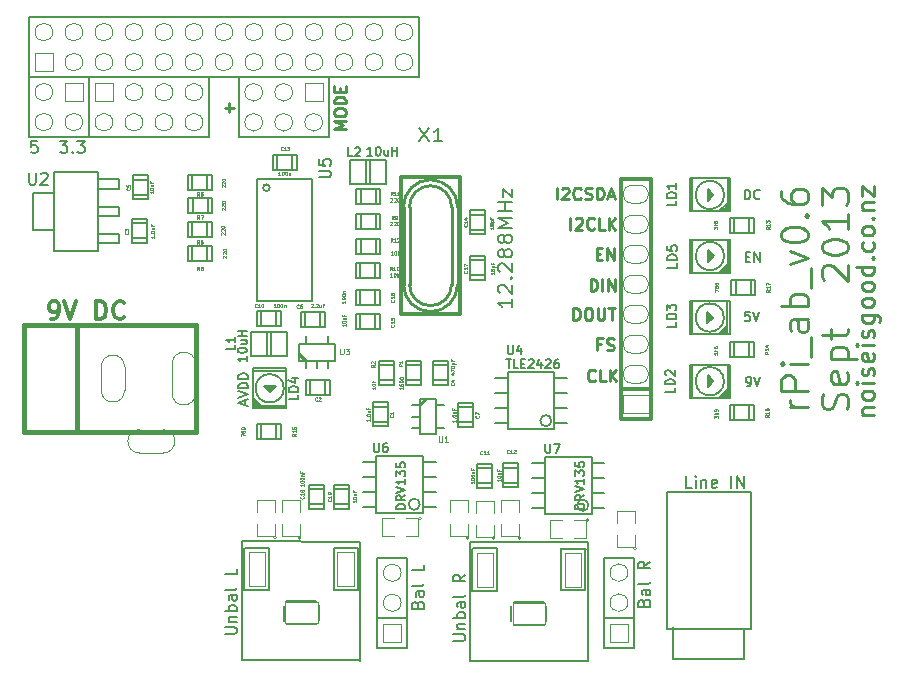
<source format=gto>
G04 (created by PCBNEW (2013-08-20 BZR 4294)-product) date 9/16/2013 9:24:49 PM*
%MOIN*%
G04 Gerber Fmt 3.4, Leading zero omitted, Abs format*
%FSLAX34Y34*%
G01*
G70*
G90*
G04 APERTURE LIST*
%ADD10C,0.001000*%
%ADD11C,0.009843*%
%ADD12C,0.005906*%
%ADD13C,0.005900*%
%ADD14C,0.008000*%
%ADD15C,0.005000*%
%ADD16C,0.011800*%
%ADD17C,0.010000*%
%ADD18C,0.003900*%
%ADD19C,0.012000*%
%ADD20C,0.007800*%
%ADD21C,0.006000*%
%ADD22C,0.015000*%
%ADD23C,0.004300*%
%ADD24C,0.007900*%
%ADD25C,0.002400*%
G04 APERTURE END LIST*
G54D10*
G54D11*
X82487Y-50355D02*
X82487Y-49961D01*
X82656Y-49999D02*
X82675Y-49980D01*
X82712Y-49961D01*
X82806Y-49961D01*
X82844Y-49980D01*
X82862Y-49999D01*
X82881Y-50036D01*
X82881Y-50074D01*
X82862Y-50130D01*
X82637Y-50355D01*
X82881Y-50355D01*
X83275Y-50317D02*
X83256Y-50336D01*
X83200Y-50355D01*
X83162Y-50355D01*
X83106Y-50336D01*
X83068Y-50299D01*
X83050Y-50261D01*
X83031Y-50186D01*
X83031Y-50130D01*
X83050Y-50055D01*
X83068Y-50017D01*
X83106Y-49980D01*
X83162Y-49961D01*
X83200Y-49961D01*
X83256Y-49980D01*
X83275Y-49999D01*
X83425Y-50336D02*
X83481Y-50355D01*
X83575Y-50355D01*
X83612Y-50336D01*
X83631Y-50317D01*
X83650Y-50280D01*
X83650Y-50242D01*
X83631Y-50205D01*
X83612Y-50186D01*
X83575Y-50167D01*
X83500Y-50149D01*
X83462Y-50130D01*
X83443Y-50111D01*
X83425Y-50074D01*
X83425Y-50036D01*
X83443Y-49999D01*
X83462Y-49980D01*
X83500Y-49961D01*
X83593Y-49961D01*
X83650Y-49980D01*
X83818Y-50355D02*
X83818Y-49961D01*
X83912Y-49961D01*
X83968Y-49980D01*
X84006Y-50017D01*
X84025Y-50055D01*
X84043Y-50130D01*
X84043Y-50186D01*
X84025Y-50261D01*
X84006Y-50299D01*
X83968Y-50336D01*
X83912Y-50355D01*
X83818Y-50355D01*
X84193Y-50242D02*
X84381Y-50242D01*
X84156Y-50355D02*
X84287Y-49961D01*
X84418Y-50355D01*
X82940Y-51359D02*
X82940Y-50965D01*
X83109Y-51002D02*
X83128Y-50984D01*
X83165Y-50965D01*
X83259Y-50965D01*
X83296Y-50984D01*
X83315Y-51002D01*
X83334Y-51040D01*
X83334Y-51077D01*
X83315Y-51134D01*
X83090Y-51359D01*
X83334Y-51359D01*
X83727Y-51321D02*
X83709Y-51340D01*
X83652Y-51359D01*
X83615Y-51359D01*
X83559Y-51340D01*
X83521Y-51302D01*
X83502Y-51265D01*
X83484Y-51190D01*
X83484Y-51134D01*
X83502Y-51059D01*
X83521Y-51021D01*
X83559Y-50984D01*
X83615Y-50965D01*
X83652Y-50965D01*
X83709Y-50984D01*
X83727Y-51002D01*
X84084Y-51359D02*
X83896Y-51359D01*
X83896Y-50965D01*
X84215Y-51359D02*
X84215Y-50965D01*
X84440Y-51359D02*
X84271Y-51134D01*
X84440Y-50965D02*
X84215Y-51190D01*
X83809Y-52171D02*
X83940Y-52171D01*
X83996Y-52378D02*
X83809Y-52378D01*
X83809Y-51984D01*
X83996Y-51984D01*
X84165Y-52378D02*
X84165Y-51984D01*
X84390Y-52378D01*
X84390Y-51984D01*
X83035Y-54371D02*
X83035Y-53977D01*
X83128Y-53977D01*
X83185Y-53996D01*
X83222Y-54033D01*
X83241Y-54071D01*
X83260Y-54146D01*
X83260Y-54202D01*
X83241Y-54277D01*
X83222Y-54314D01*
X83185Y-54352D01*
X83128Y-54371D01*
X83035Y-54371D01*
X83503Y-53977D02*
X83578Y-53977D01*
X83616Y-53996D01*
X83653Y-54033D01*
X83672Y-54108D01*
X83672Y-54239D01*
X83653Y-54314D01*
X83616Y-54352D01*
X83578Y-54371D01*
X83503Y-54371D01*
X83466Y-54352D01*
X83428Y-54314D01*
X83410Y-54239D01*
X83410Y-54108D01*
X83428Y-54033D01*
X83466Y-53996D01*
X83503Y-53977D01*
X83841Y-53977D02*
X83841Y-54296D01*
X83860Y-54333D01*
X83878Y-54352D01*
X83916Y-54371D01*
X83991Y-54371D01*
X84028Y-54352D01*
X84047Y-54333D01*
X84066Y-54296D01*
X84066Y-53977D01*
X84197Y-53977D02*
X84422Y-53977D01*
X84310Y-54371D02*
X84310Y-53977D01*
X83761Y-56380D02*
X83742Y-56399D01*
X83686Y-56418D01*
X83649Y-56418D01*
X83592Y-56399D01*
X83555Y-56362D01*
X83536Y-56324D01*
X83517Y-56249D01*
X83517Y-56193D01*
X83536Y-56118D01*
X83555Y-56080D01*
X83592Y-56043D01*
X83649Y-56024D01*
X83686Y-56024D01*
X83742Y-56043D01*
X83761Y-56062D01*
X84117Y-56418D02*
X83930Y-56418D01*
X83930Y-56024D01*
X84249Y-56418D02*
X84249Y-56024D01*
X84474Y-56418D02*
X84305Y-56193D01*
X84474Y-56024D02*
X84249Y-56249D01*
X83968Y-55171D02*
X83837Y-55171D01*
X83837Y-55378D02*
X83837Y-54984D01*
X84025Y-54984D01*
X84156Y-55359D02*
X84212Y-55378D01*
X84306Y-55378D01*
X84343Y-55359D01*
X84362Y-55340D01*
X84381Y-55303D01*
X84381Y-55265D01*
X84362Y-55228D01*
X84343Y-55209D01*
X84306Y-55190D01*
X84231Y-55171D01*
X84193Y-55153D01*
X84174Y-55134D01*
X84156Y-55096D01*
X84156Y-55059D01*
X84174Y-55021D01*
X84193Y-55003D01*
X84231Y-54984D01*
X84324Y-54984D01*
X84381Y-55003D01*
X83612Y-53406D02*
X83612Y-53012D01*
X83706Y-53012D01*
X83762Y-53031D01*
X83800Y-53068D01*
X83818Y-53106D01*
X83837Y-53181D01*
X83837Y-53237D01*
X83818Y-53312D01*
X83800Y-53350D01*
X83762Y-53387D01*
X83706Y-53406D01*
X83612Y-53406D01*
X84006Y-53406D02*
X84006Y-53012D01*
X84193Y-53406D02*
X84193Y-53012D01*
X84418Y-53406D01*
X84418Y-53012D01*
X92668Y-57542D02*
X93062Y-57542D01*
X92724Y-57542D02*
X92696Y-57514D01*
X92668Y-57457D01*
X92668Y-57373D01*
X92696Y-57317D01*
X92753Y-57289D01*
X93062Y-57289D01*
X93062Y-56923D02*
X93034Y-56979D01*
X93006Y-57007D01*
X92949Y-57035D01*
X92781Y-57035D01*
X92724Y-57007D01*
X92696Y-56979D01*
X92668Y-56923D01*
X92668Y-56839D01*
X92696Y-56782D01*
X92724Y-56754D01*
X92781Y-56726D01*
X92949Y-56726D01*
X93006Y-56754D01*
X93034Y-56782D01*
X93062Y-56839D01*
X93062Y-56923D01*
X93062Y-56473D02*
X92668Y-56473D01*
X92471Y-56473D02*
X92500Y-56501D01*
X92528Y-56473D01*
X92500Y-56445D01*
X92471Y-56473D01*
X92528Y-56473D01*
X93034Y-56220D02*
X93062Y-56164D01*
X93062Y-56051D01*
X93034Y-55995D01*
X92978Y-55967D01*
X92949Y-55967D01*
X92893Y-55995D01*
X92865Y-56051D01*
X92865Y-56136D01*
X92837Y-56192D01*
X92781Y-56220D01*
X92753Y-56220D01*
X92696Y-56192D01*
X92668Y-56136D01*
X92668Y-56051D01*
X92696Y-55995D01*
X93034Y-55489D02*
X93062Y-55545D01*
X93062Y-55658D01*
X93034Y-55714D01*
X92978Y-55742D01*
X92753Y-55742D01*
X92696Y-55714D01*
X92668Y-55658D01*
X92668Y-55545D01*
X92696Y-55489D01*
X92753Y-55461D01*
X92809Y-55461D01*
X92865Y-55742D01*
X93062Y-55208D02*
X92668Y-55208D01*
X92471Y-55208D02*
X92500Y-55236D01*
X92528Y-55208D01*
X92500Y-55179D01*
X92471Y-55208D01*
X92528Y-55208D01*
X93034Y-54955D02*
X93062Y-54898D01*
X93062Y-54786D01*
X93034Y-54730D01*
X92978Y-54701D01*
X92949Y-54701D01*
X92893Y-54730D01*
X92865Y-54786D01*
X92865Y-54870D01*
X92837Y-54926D01*
X92781Y-54955D01*
X92753Y-54955D01*
X92696Y-54926D01*
X92668Y-54870D01*
X92668Y-54786D01*
X92696Y-54730D01*
X92668Y-54195D02*
X93146Y-54195D01*
X93203Y-54223D01*
X93231Y-54251D01*
X93259Y-54308D01*
X93259Y-54392D01*
X93231Y-54448D01*
X93034Y-54195D02*
X93062Y-54251D01*
X93062Y-54364D01*
X93034Y-54420D01*
X93006Y-54448D01*
X92949Y-54476D01*
X92781Y-54476D01*
X92724Y-54448D01*
X92696Y-54420D01*
X92668Y-54364D01*
X92668Y-54251D01*
X92696Y-54195D01*
X93062Y-53830D02*
X93034Y-53886D01*
X93006Y-53914D01*
X92949Y-53942D01*
X92781Y-53942D01*
X92724Y-53914D01*
X92696Y-53886D01*
X92668Y-53830D01*
X92668Y-53745D01*
X92696Y-53689D01*
X92724Y-53661D01*
X92781Y-53633D01*
X92949Y-53633D01*
X93006Y-53661D01*
X93034Y-53689D01*
X93062Y-53745D01*
X93062Y-53830D01*
X93062Y-53295D02*
X93034Y-53352D01*
X93006Y-53380D01*
X92949Y-53408D01*
X92781Y-53408D01*
X92724Y-53380D01*
X92696Y-53352D01*
X92668Y-53295D01*
X92668Y-53211D01*
X92696Y-53155D01*
X92724Y-53127D01*
X92781Y-53098D01*
X92949Y-53098D01*
X93006Y-53127D01*
X93034Y-53155D01*
X93062Y-53211D01*
X93062Y-53295D01*
X93062Y-52592D02*
X92471Y-52592D01*
X93034Y-52592D02*
X93062Y-52649D01*
X93062Y-52761D01*
X93034Y-52817D01*
X93006Y-52845D01*
X92949Y-52874D01*
X92781Y-52874D01*
X92724Y-52845D01*
X92696Y-52817D01*
X92668Y-52761D01*
X92668Y-52649D01*
X92696Y-52592D01*
X93006Y-52311D02*
X93034Y-52283D01*
X93062Y-52311D01*
X93034Y-52339D01*
X93006Y-52311D01*
X93062Y-52311D01*
X93034Y-51777D02*
X93062Y-51833D01*
X93062Y-51946D01*
X93034Y-52002D01*
X93006Y-52030D01*
X92949Y-52058D01*
X92781Y-52058D01*
X92724Y-52030D01*
X92696Y-52002D01*
X92668Y-51946D01*
X92668Y-51833D01*
X92696Y-51777D01*
X93062Y-51439D02*
X93034Y-51496D01*
X93006Y-51524D01*
X92949Y-51552D01*
X92781Y-51552D01*
X92724Y-51524D01*
X92696Y-51496D01*
X92668Y-51439D01*
X92668Y-51355D01*
X92696Y-51299D01*
X92724Y-51271D01*
X92781Y-51242D01*
X92949Y-51242D01*
X93006Y-51271D01*
X93034Y-51299D01*
X93062Y-51355D01*
X93062Y-51439D01*
X93006Y-50989D02*
X93034Y-50961D01*
X93062Y-50989D01*
X93034Y-51017D01*
X93006Y-50989D01*
X93062Y-50989D01*
X92668Y-50708D02*
X93062Y-50708D01*
X92724Y-50708D02*
X92696Y-50680D01*
X92668Y-50624D01*
X92668Y-50539D01*
X92696Y-50483D01*
X92753Y-50455D01*
X93062Y-50455D01*
X92668Y-50230D02*
X92668Y-49921D01*
X93062Y-50230D01*
X93062Y-49921D01*
X90857Y-57278D02*
X90261Y-57278D01*
X90431Y-57278D02*
X90346Y-57236D01*
X90303Y-57193D01*
X90261Y-57108D01*
X90261Y-57023D01*
X90857Y-56725D02*
X89963Y-56725D01*
X89963Y-56385D01*
X90005Y-56299D01*
X90048Y-56257D01*
X90133Y-56214D01*
X90261Y-56214D01*
X90346Y-56257D01*
X90388Y-56299D01*
X90431Y-56385D01*
X90431Y-56725D01*
X90857Y-55831D02*
X90261Y-55831D01*
X89963Y-55831D02*
X90005Y-55874D01*
X90048Y-55831D01*
X90005Y-55789D01*
X89963Y-55831D01*
X90048Y-55831D01*
X90942Y-55619D02*
X90942Y-54938D01*
X90857Y-54342D02*
X90388Y-54342D01*
X90303Y-54384D01*
X90261Y-54470D01*
X90261Y-54640D01*
X90303Y-54725D01*
X90814Y-54342D02*
X90857Y-54427D01*
X90857Y-54640D01*
X90814Y-54725D01*
X90729Y-54767D01*
X90644Y-54767D01*
X90559Y-54725D01*
X90516Y-54640D01*
X90516Y-54427D01*
X90474Y-54342D01*
X90857Y-53916D02*
X89963Y-53916D01*
X90303Y-53916D02*
X90261Y-53831D01*
X90261Y-53661D01*
X90303Y-53576D01*
X90346Y-53533D01*
X90431Y-53491D01*
X90686Y-53491D01*
X90771Y-53533D01*
X90814Y-53576D01*
X90857Y-53661D01*
X90857Y-53831D01*
X90814Y-53916D01*
X90942Y-53320D02*
X90942Y-52640D01*
X90261Y-52512D02*
X90857Y-52299D01*
X90261Y-52086D01*
X89963Y-51576D02*
X89963Y-51491D01*
X90005Y-51405D01*
X90048Y-51363D01*
X90133Y-51320D01*
X90303Y-51278D01*
X90516Y-51278D01*
X90686Y-51320D01*
X90771Y-51363D01*
X90814Y-51405D01*
X90857Y-51491D01*
X90857Y-51576D01*
X90814Y-51661D01*
X90771Y-51703D01*
X90686Y-51746D01*
X90516Y-51788D01*
X90303Y-51788D01*
X90133Y-51746D01*
X90048Y-51703D01*
X90005Y-51661D01*
X89963Y-51576D01*
X90771Y-50895D02*
X90814Y-50852D01*
X90857Y-50895D01*
X90814Y-50937D01*
X90771Y-50895D01*
X90857Y-50895D01*
X89963Y-50086D02*
X89963Y-50256D01*
X90005Y-50341D01*
X90048Y-50384D01*
X90176Y-50469D01*
X90346Y-50512D01*
X90686Y-50512D01*
X90771Y-50469D01*
X90814Y-50427D01*
X90857Y-50341D01*
X90857Y-50171D01*
X90814Y-50086D01*
X90771Y-50044D01*
X90686Y-50001D01*
X90474Y-50001D01*
X90388Y-50044D01*
X90346Y-50086D01*
X90303Y-50171D01*
X90303Y-50341D01*
X90346Y-50427D01*
X90388Y-50469D01*
X90474Y-50512D01*
X92164Y-57342D02*
X92206Y-57214D01*
X92206Y-57002D01*
X92164Y-56917D01*
X92121Y-56874D01*
X92036Y-56831D01*
X91951Y-56831D01*
X91866Y-56874D01*
X91823Y-56917D01*
X91781Y-57002D01*
X91738Y-57172D01*
X91695Y-57257D01*
X91653Y-57300D01*
X91568Y-57342D01*
X91483Y-57342D01*
X91398Y-57300D01*
X91355Y-57257D01*
X91312Y-57172D01*
X91312Y-56959D01*
X91355Y-56831D01*
X92164Y-56108D02*
X92206Y-56193D01*
X92206Y-56363D01*
X92164Y-56448D01*
X92078Y-56491D01*
X91738Y-56491D01*
X91653Y-56448D01*
X91610Y-56363D01*
X91610Y-56193D01*
X91653Y-56108D01*
X91738Y-56065D01*
X91823Y-56065D01*
X91908Y-56491D01*
X91610Y-55682D02*
X92504Y-55682D01*
X91653Y-55682D02*
X91610Y-55597D01*
X91610Y-55427D01*
X91653Y-55342D01*
X91695Y-55299D01*
X91781Y-55257D01*
X92036Y-55257D01*
X92121Y-55299D01*
X92164Y-55342D01*
X92206Y-55427D01*
X92206Y-55597D01*
X92164Y-55682D01*
X91610Y-55001D02*
X91610Y-54661D01*
X91312Y-54874D02*
X92078Y-54874D01*
X92164Y-54831D01*
X92206Y-54746D01*
X92206Y-54661D01*
X91398Y-53044D02*
X91355Y-53001D01*
X91312Y-52916D01*
X91312Y-52703D01*
X91355Y-52618D01*
X91398Y-52576D01*
X91483Y-52533D01*
X91568Y-52533D01*
X91695Y-52576D01*
X92206Y-53086D01*
X92206Y-52533D01*
X91312Y-51980D02*
X91312Y-51895D01*
X91355Y-51810D01*
X91398Y-51767D01*
X91483Y-51725D01*
X91653Y-51682D01*
X91866Y-51682D01*
X92036Y-51725D01*
X92121Y-51767D01*
X92164Y-51810D01*
X92206Y-51895D01*
X92206Y-51980D01*
X92164Y-52065D01*
X92121Y-52108D01*
X92036Y-52150D01*
X91866Y-52193D01*
X91653Y-52193D01*
X91483Y-52150D01*
X91398Y-52108D01*
X91355Y-52065D01*
X91312Y-51980D01*
X92206Y-50831D02*
X92206Y-51342D01*
X92206Y-51086D02*
X91312Y-51086D01*
X91440Y-51171D01*
X91525Y-51256D01*
X91568Y-51342D01*
X91312Y-50533D02*
X91312Y-49980D01*
X91653Y-50278D01*
X91653Y-50150D01*
X91695Y-50065D01*
X91738Y-50022D01*
X91823Y-49980D01*
X92036Y-49980D01*
X92121Y-50022D01*
X92164Y-50065D01*
X92206Y-50150D01*
X92206Y-50405D01*
X92164Y-50490D01*
X92121Y-50533D01*
X71424Y-47291D02*
X71724Y-47291D01*
X71574Y-47441D02*
X71574Y-47141D01*
X75453Y-48015D02*
X75059Y-48015D01*
X75341Y-47884D01*
X75059Y-47753D01*
X75453Y-47753D01*
X75059Y-47490D02*
X75059Y-47415D01*
X75078Y-47378D01*
X75116Y-47340D01*
X75191Y-47321D01*
X75322Y-47321D01*
X75397Y-47340D01*
X75434Y-47378D01*
X75453Y-47415D01*
X75453Y-47490D01*
X75434Y-47528D01*
X75397Y-47565D01*
X75322Y-47584D01*
X75191Y-47584D01*
X75116Y-47565D01*
X75078Y-47528D01*
X75059Y-47490D01*
X75453Y-47153D02*
X75059Y-47153D01*
X75059Y-47059D01*
X75078Y-47003D01*
X75116Y-46965D01*
X75153Y-46946D01*
X75228Y-46928D01*
X75284Y-46928D01*
X75359Y-46946D01*
X75397Y-46965D01*
X75434Y-47003D01*
X75453Y-47059D01*
X75453Y-47153D01*
X75247Y-46759D02*
X75247Y-46628D01*
X75453Y-46571D02*
X75453Y-46759D01*
X75059Y-46759D01*
X75059Y-46571D01*
G54D12*
X83523Y-65728D02*
X83523Y-61781D01*
X79586Y-65738D02*
X79586Y-61771D01*
X79586Y-61771D02*
X83523Y-61781D01*
X83523Y-65728D02*
X79586Y-65728D01*
X80511Y-65728D02*
X83218Y-65728D01*
X82637Y-63385D02*
X83435Y-63385D01*
X83435Y-63385D02*
X83435Y-62007D01*
X82637Y-61998D02*
X83444Y-61998D01*
X82637Y-63385D02*
X82637Y-61988D01*
X79694Y-61988D02*
X80492Y-61988D01*
X80492Y-61988D02*
X80492Y-63405D01*
X80492Y-63405D02*
X79665Y-63405D01*
X79665Y-63405D02*
X79665Y-61998D01*
X81062Y-63769D02*
X82047Y-63769D01*
X82135Y-63897D02*
X82135Y-64409D01*
X82057Y-64537D02*
X81072Y-64537D01*
X80974Y-64419D02*
X80974Y-63917D01*
X71996Y-65714D02*
X71996Y-61748D01*
X71996Y-61748D02*
X75933Y-61757D01*
X75933Y-61757D02*
X75933Y-65734D01*
X75933Y-65704D02*
X71996Y-65704D01*
X72921Y-65704D02*
X75627Y-65704D01*
X75047Y-63362D02*
X75844Y-63362D01*
X75844Y-63362D02*
X75844Y-61984D01*
X75047Y-61974D02*
X75854Y-61974D01*
X75047Y-63362D02*
X75047Y-61964D01*
X72104Y-61964D02*
X72901Y-61964D01*
X72901Y-61964D02*
X72901Y-63381D01*
X72901Y-63381D02*
X72074Y-63381D01*
X72074Y-63381D02*
X72074Y-61974D01*
X73472Y-63746D02*
X74456Y-63746D01*
X74545Y-63874D02*
X74545Y-64385D01*
X74466Y-64513D02*
X73482Y-64513D01*
X73383Y-64395D02*
X73383Y-63893D01*
G54D13*
X74315Y-53756D02*
X72503Y-53756D01*
X72503Y-49662D02*
X74315Y-49662D01*
X74315Y-49662D02*
X74315Y-53756D01*
X72503Y-53756D02*
X72503Y-49662D01*
X72917Y-49961D02*
G75*
G03X72917Y-49961I-111J0D01*
G74*
G01*
G54D14*
X64885Y-46276D02*
X77885Y-46276D01*
X77885Y-44276D02*
X64885Y-44276D01*
X64885Y-44276D02*
X64885Y-46276D01*
X77885Y-46276D02*
X77885Y-44276D01*
G54D15*
X77913Y-57255D02*
X78168Y-57000D01*
X77913Y-57195D02*
X78108Y-57000D01*
X78463Y-57965D02*
X78723Y-57965D01*
X78463Y-57215D02*
X78723Y-57215D01*
X77913Y-57590D02*
X77653Y-57590D01*
X77913Y-57965D02*
X77653Y-57965D01*
X77913Y-57215D02*
X77653Y-57215D01*
X78463Y-57000D02*
X78463Y-58180D01*
X78463Y-58180D02*
X77913Y-58180D01*
X77913Y-58180D02*
X77913Y-57000D01*
X77913Y-57000D02*
X78463Y-57000D01*
G54D16*
X79259Y-49614D02*
X77291Y-49614D01*
X77291Y-49614D02*
X77291Y-54180D01*
X77291Y-54180D02*
X79259Y-54180D01*
X79259Y-54180D02*
X79259Y-49614D01*
G54D17*
X78275Y-54097D02*
G75*
G03X79175Y-53197I0J900D01*
G74*
G01*
X77575Y-50597D02*
X77575Y-53197D01*
X78975Y-53197D02*
X78975Y-50597D01*
X77575Y-53197D02*
G75*
G03X78275Y-53897I700J0D01*
G74*
G01*
X78275Y-53897D02*
G75*
G03X78975Y-53197I0J700D01*
G74*
G01*
X78275Y-49897D02*
G75*
G03X77575Y-50597I0J-700D01*
G74*
G01*
X78975Y-50597D02*
G75*
G03X78275Y-49897I-700J0D01*
G74*
G01*
X77375Y-53197D02*
G75*
G03X78275Y-54097I900J0D01*
G74*
G01*
X77375Y-53197D02*
X77375Y-50597D01*
X79175Y-50597D02*
X79175Y-53197D01*
X78275Y-49697D02*
G75*
G03X77375Y-50597I0J-900D01*
G74*
G01*
X79175Y-50597D02*
G75*
G03X78275Y-49697I-900J0D01*
G74*
G01*
G54D18*
X80434Y-61646D02*
G75*
G03X80434Y-61646I-50J0D01*
G74*
G01*
X80384Y-61196D02*
X80384Y-61596D01*
X80384Y-61596D02*
X79784Y-61596D01*
X79784Y-61596D02*
X79784Y-61196D01*
X79784Y-60796D02*
X79784Y-60396D01*
X79784Y-60396D02*
X80384Y-60396D01*
X80384Y-60396D02*
X80384Y-60796D01*
X81290Y-61636D02*
G75*
G03X81290Y-61636I-50J0D01*
G74*
G01*
X81240Y-61186D02*
X81240Y-61586D01*
X81240Y-61586D02*
X80640Y-61586D01*
X80640Y-61586D02*
X80640Y-61186D01*
X80640Y-60786D02*
X80640Y-60386D01*
X80640Y-60386D02*
X81240Y-60386D01*
X81240Y-60386D02*
X81240Y-60786D01*
X85133Y-61998D02*
G75*
G03X85133Y-61998I-50J0D01*
G74*
G01*
X85083Y-61548D02*
X85083Y-61948D01*
X85083Y-61948D02*
X84483Y-61948D01*
X84483Y-61948D02*
X84483Y-61548D01*
X84483Y-61148D02*
X84483Y-60748D01*
X84483Y-60748D02*
X85083Y-60748D01*
X85083Y-60748D02*
X85083Y-61148D01*
X83570Y-61040D02*
G75*
G03X83570Y-61040I-50J0D01*
G74*
G01*
X83070Y-61040D02*
X83470Y-61040D01*
X83470Y-61040D02*
X83470Y-61640D01*
X83470Y-61640D02*
X83070Y-61640D01*
X82670Y-61640D02*
X82270Y-61640D01*
X82270Y-61640D02*
X82270Y-61040D01*
X82270Y-61040D02*
X82670Y-61040D01*
X79558Y-61636D02*
G75*
G03X79558Y-61636I-50J0D01*
G74*
G01*
X79508Y-61186D02*
X79508Y-61586D01*
X79508Y-61586D02*
X78908Y-61586D01*
X78908Y-61586D02*
X78908Y-61186D01*
X78908Y-60786D02*
X78908Y-60386D01*
X78908Y-60386D02*
X79508Y-60386D01*
X79508Y-60386D02*
X79508Y-60786D01*
X77969Y-60981D02*
G75*
G03X77969Y-60981I-50J0D01*
G74*
G01*
X77469Y-60981D02*
X77869Y-60981D01*
X77869Y-60981D02*
X77869Y-61581D01*
X77869Y-61581D02*
X77469Y-61581D01*
X77069Y-61581D02*
X76669Y-61581D01*
X76669Y-61581D02*
X76669Y-60981D01*
X76669Y-60981D02*
X77069Y-60981D01*
X73958Y-61626D02*
G75*
G03X73958Y-61626I-50J0D01*
G74*
G01*
X73908Y-61176D02*
X73908Y-61576D01*
X73908Y-61576D02*
X73308Y-61576D01*
X73308Y-61576D02*
X73308Y-61176D01*
X73308Y-60776D02*
X73308Y-60376D01*
X73308Y-60376D02*
X73908Y-60376D01*
X73908Y-60376D02*
X73908Y-60776D01*
X73151Y-61626D02*
G75*
G03X73151Y-61626I-50J0D01*
G74*
G01*
X73101Y-61176D02*
X73101Y-61576D01*
X73101Y-61576D02*
X72501Y-61576D01*
X72501Y-61576D02*
X72501Y-61176D01*
X72501Y-60776D02*
X72501Y-60376D01*
X72501Y-60376D02*
X73101Y-60376D01*
X73101Y-60376D02*
X73101Y-60776D01*
G54D15*
X65011Y-51361D02*
X65011Y-50141D01*
X65011Y-50141D02*
X65716Y-50141D01*
X65011Y-51361D02*
X65716Y-51361D01*
X67881Y-50006D02*
X67881Y-49686D01*
X67881Y-49686D02*
X67176Y-49686D01*
X67881Y-50006D02*
X67176Y-50006D01*
X67881Y-50911D02*
X67176Y-50911D01*
X67881Y-50591D02*
X67176Y-50591D01*
X67881Y-50911D02*
X67881Y-50591D01*
X67881Y-51816D02*
X67881Y-51496D01*
X67881Y-51496D02*
X67176Y-51496D01*
X67881Y-51816D02*
X67176Y-51816D01*
X67176Y-49431D02*
X67176Y-52071D01*
X67176Y-52071D02*
X65716Y-52071D01*
X65716Y-52071D02*
X65716Y-49431D01*
X65716Y-49431D02*
X67176Y-49431D01*
X88903Y-50970D02*
X88903Y-51470D01*
X88403Y-50970D02*
X88403Y-51460D01*
X88253Y-50970D02*
X89053Y-50970D01*
X89053Y-50970D02*
X89053Y-51470D01*
X89053Y-51470D02*
X88253Y-51470D01*
X88253Y-51470D02*
X88253Y-50970D01*
X88899Y-55100D02*
X88899Y-55600D01*
X88399Y-55100D02*
X88399Y-55590D01*
X88249Y-55100D02*
X89049Y-55100D01*
X89049Y-55100D02*
X89049Y-55600D01*
X89049Y-55600D02*
X88249Y-55600D01*
X88249Y-55600D02*
X88249Y-55100D01*
X72639Y-58340D02*
X72639Y-57840D01*
X73139Y-58340D02*
X73139Y-57850D01*
X73289Y-58340D02*
X72489Y-58340D01*
X72489Y-58340D02*
X72489Y-57840D01*
X72489Y-57840D02*
X73289Y-57840D01*
X73289Y-57840D02*
X73289Y-58340D01*
X88903Y-57218D02*
X88903Y-57718D01*
X88403Y-57218D02*
X88403Y-57708D01*
X88253Y-57218D02*
X89053Y-57218D01*
X89053Y-57218D02*
X89053Y-57718D01*
X89053Y-57718D02*
X88253Y-57718D01*
X88253Y-57718D02*
X88253Y-57218D01*
X88950Y-53050D02*
X88950Y-53550D01*
X88450Y-53050D02*
X88450Y-53540D01*
X88300Y-53050D02*
X89100Y-53050D01*
X89100Y-53050D02*
X89100Y-53550D01*
X89100Y-53550D02*
X88300Y-53550D01*
X88300Y-53550D02*
X88300Y-53050D01*
X76844Y-57769D02*
X76344Y-57769D01*
X76844Y-57269D02*
X76354Y-57269D01*
X76844Y-57119D02*
X76844Y-57919D01*
X76844Y-57919D02*
X76344Y-57919D01*
X76344Y-57919D02*
X76344Y-57119D01*
X76344Y-57119D02*
X76844Y-57119D01*
X74265Y-56872D02*
X74265Y-56372D01*
X74765Y-56872D02*
X74765Y-56382D01*
X74915Y-56872D02*
X74115Y-56872D01*
X74115Y-56872D02*
X74115Y-56372D01*
X74115Y-56372D02*
X74915Y-56372D01*
X74915Y-56372D02*
X74915Y-56872D01*
X68832Y-51647D02*
X68332Y-51647D01*
X68832Y-51147D02*
X68342Y-51147D01*
X68832Y-50997D02*
X68832Y-51797D01*
X68832Y-51797D02*
X68332Y-51797D01*
X68332Y-51797D02*
X68332Y-50997D01*
X68332Y-50997D02*
X68832Y-50997D01*
X78842Y-56374D02*
X78342Y-56374D01*
X78842Y-55874D02*
X78352Y-55874D01*
X78842Y-55724D02*
X78842Y-56524D01*
X78842Y-56524D02*
X78342Y-56524D01*
X78342Y-56524D02*
X78342Y-55724D01*
X78342Y-55724D02*
X78842Y-55724D01*
X68342Y-49700D02*
X68842Y-49700D01*
X68342Y-50200D02*
X68832Y-50200D01*
X68342Y-50350D02*
X68342Y-49550D01*
X68342Y-49550D02*
X68842Y-49550D01*
X68842Y-49550D02*
X68842Y-50350D01*
X68842Y-50350D02*
X68342Y-50350D01*
X74100Y-54592D02*
X74100Y-54092D01*
X74600Y-54592D02*
X74600Y-54102D01*
X74750Y-54592D02*
X73950Y-54592D01*
X73950Y-54592D02*
X73950Y-54092D01*
X73950Y-54092D02*
X74750Y-54092D01*
X74750Y-54092D02*
X74750Y-54592D01*
X79698Y-57789D02*
X79198Y-57789D01*
X79698Y-57289D02*
X79208Y-57289D01*
X79698Y-57139D02*
X79698Y-57939D01*
X79698Y-57939D02*
X79198Y-57939D01*
X79198Y-57939D02*
X79198Y-57139D01*
X79198Y-57139D02*
X79698Y-57139D01*
X73131Y-54088D02*
X73131Y-54588D01*
X72631Y-54088D02*
X72631Y-54578D01*
X72481Y-54088D02*
X73281Y-54088D01*
X73281Y-54088D02*
X73281Y-54588D01*
X73281Y-54588D02*
X72481Y-54588D01*
X72481Y-54588D02*
X72481Y-54088D01*
X80324Y-59818D02*
X79824Y-59818D01*
X80324Y-59318D02*
X79834Y-59318D01*
X80324Y-59168D02*
X80324Y-59968D01*
X80324Y-59968D02*
X79824Y-59968D01*
X79824Y-59968D02*
X79824Y-59168D01*
X79824Y-59168D02*
X80324Y-59168D01*
X81200Y-59799D02*
X80700Y-59799D01*
X81200Y-59299D02*
X80710Y-59299D01*
X81200Y-59149D02*
X81200Y-59949D01*
X81200Y-59949D02*
X80700Y-59949D01*
X80700Y-59949D02*
X80700Y-59149D01*
X80700Y-59149D02*
X81200Y-59149D01*
X73159Y-49360D02*
X73159Y-48860D01*
X73659Y-49360D02*
X73659Y-48870D01*
X73809Y-49360D02*
X73009Y-49360D01*
X73009Y-49360D02*
X73009Y-48860D01*
X73009Y-48860D02*
X73809Y-48860D01*
X73809Y-48860D02*
X73809Y-49360D01*
X79588Y-50860D02*
X80088Y-50860D01*
X79588Y-51360D02*
X80078Y-51360D01*
X79588Y-51510D02*
X79588Y-50710D01*
X79588Y-50710D02*
X80088Y-50710D01*
X80088Y-50710D02*
X80088Y-51510D01*
X80088Y-51510D02*
X79588Y-51510D01*
X76431Y-54175D02*
X76431Y-54675D01*
X75931Y-54175D02*
X75931Y-54665D01*
X75781Y-54175D02*
X76581Y-54175D01*
X76581Y-54175D02*
X76581Y-54675D01*
X76581Y-54675D02*
X75781Y-54675D01*
X75781Y-54675D02*
X75781Y-54175D01*
X76431Y-53364D02*
X76431Y-53864D01*
X75931Y-53364D02*
X75931Y-53854D01*
X75781Y-53364D02*
X76581Y-53364D01*
X76581Y-53364D02*
X76581Y-53864D01*
X76581Y-53864D02*
X75781Y-53864D01*
X75781Y-53864D02*
X75781Y-53364D01*
X80100Y-52879D02*
X79600Y-52879D01*
X80100Y-52379D02*
X79610Y-52379D01*
X80100Y-52229D02*
X80100Y-53029D01*
X80100Y-53029D02*
X79600Y-53029D01*
X79600Y-53029D02*
X79600Y-52229D01*
X79600Y-52229D02*
X80100Y-52229D01*
X74224Y-60007D02*
X74724Y-60007D01*
X74224Y-60507D02*
X74714Y-60507D01*
X74224Y-60657D02*
X74224Y-59857D01*
X74224Y-59857D02*
X74724Y-59857D01*
X74724Y-59857D02*
X74724Y-60657D01*
X74724Y-60657D02*
X74224Y-60657D01*
X75051Y-60017D02*
X75551Y-60017D01*
X75051Y-60517D02*
X75541Y-60517D01*
X75051Y-60667D02*
X75051Y-59867D01*
X75051Y-59867D02*
X75551Y-59867D01*
X75551Y-59867D02*
X75551Y-60667D01*
X75551Y-60667D02*
X75051Y-60667D01*
G54D19*
X84618Y-56681D02*
X85618Y-56681D01*
X84618Y-57681D02*
X84618Y-49681D01*
X84618Y-49681D02*
X85618Y-49681D01*
X85618Y-49681D02*
X85618Y-57681D01*
X85618Y-57681D02*
X84618Y-57681D01*
G54D13*
X72814Y-54775D02*
X72814Y-55563D01*
X72972Y-55563D02*
X72972Y-54775D01*
X73484Y-55563D02*
X72302Y-55563D01*
X72302Y-55563D02*
X72302Y-54775D01*
X72302Y-54775D02*
X73484Y-54775D01*
X73484Y-54775D02*
X73484Y-55563D01*
X76268Y-49843D02*
X76268Y-49055D01*
X76110Y-49055D02*
X76110Y-49843D01*
X75598Y-49055D02*
X76780Y-49055D01*
X76780Y-49055D02*
X76780Y-49843D01*
X76780Y-49843D02*
X75598Y-49843D01*
X75598Y-49843D02*
X75598Y-49055D01*
G54D15*
X77446Y-55874D02*
X77946Y-55874D01*
X77446Y-56374D02*
X77936Y-56374D01*
X77446Y-56524D02*
X77446Y-55724D01*
X77446Y-55724D02*
X77946Y-55724D01*
X77946Y-55724D02*
X77946Y-56524D01*
X77946Y-56524D02*
X77446Y-56524D01*
X76541Y-55874D02*
X77041Y-55874D01*
X76541Y-56374D02*
X77031Y-56374D01*
X76541Y-56524D02*
X76541Y-55724D01*
X76541Y-55724D02*
X77041Y-55724D01*
X77041Y-55724D02*
X77041Y-56524D01*
X77041Y-56524D02*
X76541Y-56524D01*
X70340Y-50033D02*
X70340Y-49533D01*
X70840Y-50033D02*
X70840Y-49543D01*
X70990Y-50033D02*
X70190Y-50033D01*
X70190Y-50033D02*
X70190Y-49533D01*
X70190Y-49533D02*
X70990Y-49533D01*
X70990Y-49533D02*
X70990Y-50033D01*
X70340Y-51608D02*
X70340Y-51108D01*
X70840Y-51608D02*
X70840Y-51118D01*
X70990Y-51608D02*
X70190Y-51608D01*
X70190Y-51608D02*
X70190Y-51108D01*
X70190Y-51108D02*
X70990Y-51108D01*
X70990Y-51108D02*
X70990Y-51608D01*
X70344Y-50805D02*
X70344Y-50305D01*
X70844Y-50805D02*
X70844Y-50315D01*
X70994Y-50805D02*
X70194Y-50805D01*
X70194Y-50805D02*
X70194Y-50305D01*
X70194Y-50305D02*
X70994Y-50305D01*
X70994Y-50305D02*
X70994Y-50805D01*
X70340Y-52415D02*
X70340Y-51915D01*
X70840Y-52415D02*
X70840Y-51925D01*
X70990Y-52415D02*
X70190Y-52415D01*
X70190Y-52415D02*
X70190Y-51915D01*
X70190Y-51915D02*
X70990Y-51915D01*
X70990Y-51915D02*
X70990Y-52415D01*
X75942Y-51336D02*
X75942Y-50836D01*
X76442Y-51336D02*
X76442Y-50846D01*
X76592Y-51336D02*
X75792Y-51336D01*
X75792Y-51336D02*
X75792Y-50836D01*
X75792Y-50836D02*
X76592Y-50836D01*
X76592Y-50836D02*
X76592Y-51336D01*
X75935Y-52974D02*
X75935Y-52474D01*
X76435Y-52974D02*
X76435Y-52484D01*
X76585Y-52974D02*
X75785Y-52974D01*
X75785Y-52974D02*
X75785Y-52474D01*
X75785Y-52474D02*
X76585Y-52474D01*
X76585Y-52474D02*
X76585Y-52974D01*
X75942Y-50521D02*
X75942Y-50021D01*
X76442Y-50521D02*
X76442Y-50031D01*
X76592Y-50521D02*
X75792Y-50521D01*
X75792Y-50521D02*
X75792Y-50021D01*
X75792Y-50021D02*
X76592Y-50021D01*
X76592Y-50021D02*
X76592Y-50521D01*
X75942Y-52171D02*
X75942Y-51671D01*
X76442Y-52171D02*
X76442Y-51681D01*
X76592Y-52171D02*
X75792Y-52171D01*
X75792Y-52171D02*
X75792Y-51671D01*
X75792Y-51671D02*
X76592Y-51671D01*
X76592Y-51671D02*
X76592Y-52171D01*
X80847Y-58019D02*
X82407Y-58019D01*
X82407Y-58019D02*
X82407Y-56119D01*
X82407Y-56119D02*
X80847Y-56119D01*
X80847Y-56119D02*
X80847Y-58019D01*
X80847Y-57819D02*
X80417Y-57819D01*
X80847Y-57319D02*
X80417Y-57319D01*
X80847Y-56819D02*
X80417Y-56819D01*
X80417Y-56319D02*
X80847Y-56319D01*
X82407Y-56319D02*
X82837Y-56319D01*
X82837Y-56819D02*
X82407Y-56819D01*
X82837Y-57319D02*
X82407Y-57319D01*
X82837Y-57819D02*
X82407Y-57819D01*
X82303Y-57729D02*
G75*
G03X82303Y-57729I-186J0D01*
G74*
G01*
X76460Y-60804D02*
X78020Y-60804D01*
X78020Y-60804D02*
X78020Y-58904D01*
X78020Y-58904D02*
X76460Y-58904D01*
X76460Y-58904D02*
X76460Y-60804D01*
X76460Y-60604D02*
X76030Y-60604D01*
X76460Y-60104D02*
X76030Y-60104D01*
X76460Y-59604D02*
X76030Y-59604D01*
X76030Y-59104D02*
X76460Y-59104D01*
X78020Y-59104D02*
X78450Y-59104D01*
X78450Y-59604D02*
X78020Y-59604D01*
X78450Y-60104D02*
X78020Y-60104D01*
X78450Y-60604D02*
X78020Y-60604D01*
X77916Y-60514D02*
G75*
G03X77916Y-60514I-186J0D01*
G74*
G01*
X82083Y-60836D02*
X83643Y-60836D01*
X83643Y-60836D02*
X83643Y-58936D01*
X83643Y-58936D02*
X82083Y-58936D01*
X82083Y-58936D02*
X82083Y-60836D01*
X82083Y-60636D02*
X81653Y-60636D01*
X82083Y-60136D02*
X81653Y-60136D01*
X82083Y-59636D02*
X81653Y-59636D01*
X81653Y-59136D02*
X82083Y-59136D01*
X83643Y-59136D02*
X84073Y-59136D01*
X84073Y-59636D02*
X83643Y-59636D01*
X84073Y-60136D02*
X83643Y-60136D01*
X84073Y-60636D02*
X83643Y-60636D01*
X83539Y-60546D02*
G75*
G03X83539Y-60546I-186J0D01*
G74*
G01*
X74157Y-55727D02*
X73902Y-55472D01*
X74097Y-55727D02*
X73902Y-55532D01*
X74867Y-55177D02*
X74867Y-54917D01*
X74117Y-55177D02*
X74117Y-54917D01*
X74492Y-55727D02*
X74492Y-55987D01*
X74867Y-55727D02*
X74867Y-55987D01*
X74117Y-55727D02*
X74117Y-55987D01*
X73902Y-55177D02*
X75082Y-55177D01*
X75082Y-55177D02*
X75082Y-55727D01*
X75082Y-55727D02*
X73902Y-55727D01*
X73902Y-55727D02*
X73902Y-55177D01*
G54D14*
X71880Y-46280D02*
X74880Y-46280D01*
X74880Y-48280D02*
X71880Y-48280D01*
X71880Y-48280D02*
X71880Y-46280D01*
X74880Y-46280D02*
X74880Y-48280D01*
G54D12*
X66885Y-46277D02*
X70891Y-46277D01*
X70901Y-48289D02*
X66890Y-48289D01*
G54D14*
X66888Y-48281D02*
X66888Y-46281D01*
X70890Y-46281D02*
X70890Y-48281D01*
G54D12*
X66885Y-48275D02*
X64885Y-48275D01*
X64885Y-48275D02*
X64885Y-46275D01*
X64885Y-46275D02*
X66885Y-46275D01*
X66885Y-46275D02*
X66885Y-48275D01*
X88724Y-64661D02*
X88724Y-65685D01*
X88724Y-65685D02*
X86362Y-65685D01*
X86362Y-65685D02*
X86362Y-64622D01*
X86165Y-64661D02*
X86165Y-60094D01*
X86165Y-60094D02*
X88960Y-60094D01*
X88960Y-60094D02*
X88960Y-64661D01*
X88960Y-64661D02*
X86165Y-64661D01*
G54D20*
X87625Y-50283D02*
X87625Y-50125D01*
X87547Y-50322D02*
X87547Y-50086D01*
X88177Y-50755D02*
X88177Y-49653D01*
X86995Y-49653D02*
X86995Y-50755D01*
X88058Y-50204D02*
G75*
G03X88058Y-50204I-472J0D01*
G74*
G01*
X87508Y-50007D02*
X87508Y-50401D01*
X87508Y-50401D02*
X87704Y-50204D01*
X87704Y-50204D02*
X87508Y-50007D01*
X87901Y-50755D02*
X88176Y-50480D01*
X88058Y-50755D02*
X88176Y-50637D01*
X88176Y-50676D02*
X88098Y-50755D01*
X87979Y-50755D02*
X88176Y-50558D01*
X86917Y-49653D02*
X86917Y-50755D01*
X86917Y-50755D02*
X88255Y-50755D01*
X88255Y-50755D02*
X88255Y-49653D01*
X88255Y-49654D02*
X86917Y-49654D01*
X87625Y-56492D02*
X87625Y-56334D01*
X87547Y-56531D02*
X87547Y-56295D01*
X88177Y-56964D02*
X88177Y-55862D01*
X86995Y-55862D02*
X86995Y-56964D01*
X88058Y-56413D02*
G75*
G03X88058Y-56413I-472J0D01*
G74*
G01*
X87508Y-56216D02*
X87508Y-56610D01*
X87508Y-56610D02*
X87704Y-56413D01*
X87704Y-56413D02*
X87508Y-56216D01*
X87901Y-56964D02*
X88176Y-56689D01*
X88058Y-56964D02*
X88176Y-56846D01*
X88176Y-56885D02*
X88098Y-56964D01*
X87979Y-56964D02*
X88176Y-56767D01*
X86917Y-55862D02*
X86917Y-56964D01*
X86917Y-56964D02*
X88255Y-56964D01*
X88255Y-56964D02*
X88255Y-55862D01*
X88255Y-55863D02*
X86917Y-55863D01*
X87621Y-54370D02*
X87621Y-54212D01*
X87543Y-54409D02*
X87543Y-54173D01*
X88173Y-54842D02*
X88173Y-53740D01*
X86991Y-53740D02*
X86991Y-54842D01*
X88054Y-54291D02*
G75*
G03X88054Y-54291I-472J0D01*
G74*
G01*
X87504Y-54094D02*
X87504Y-54488D01*
X87504Y-54488D02*
X87700Y-54291D01*
X87700Y-54291D02*
X87504Y-54094D01*
X87897Y-54842D02*
X88172Y-54567D01*
X88054Y-54842D02*
X88172Y-54724D01*
X88172Y-54763D02*
X88094Y-54842D01*
X87975Y-54842D02*
X88172Y-54645D01*
X86913Y-53740D02*
X86913Y-54842D01*
X86913Y-54842D02*
X88251Y-54842D01*
X88251Y-54842D02*
X88251Y-53740D01*
X88251Y-53741D02*
X86913Y-53741D01*
X72834Y-56688D02*
X72992Y-56688D01*
X72795Y-56610D02*
X73031Y-56610D01*
X72362Y-57240D02*
X73464Y-57240D01*
X73464Y-56058D02*
X72362Y-56058D01*
X73385Y-56649D02*
G75*
G03X73385Y-56649I-472J0D01*
G74*
G01*
X73110Y-56571D02*
X72716Y-56571D01*
X72716Y-56571D02*
X72913Y-56767D01*
X72913Y-56767D02*
X73110Y-56571D01*
X72362Y-56964D02*
X72637Y-57239D01*
X72362Y-57121D02*
X72480Y-57239D01*
X72441Y-57239D02*
X72362Y-57161D01*
X72362Y-57042D02*
X72559Y-57239D01*
X73464Y-55980D02*
X72362Y-55980D01*
X72362Y-55980D02*
X72362Y-57318D01*
X72362Y-57318D02*
X73464Y-57318D01*
X73463Y-57318D02*
X73463Y-55980D01*
X87629Y-52319D02*
X87629Y-52161D01*
X87551Y-52358D02*
X87551Y-52122D01*
X88181Y-52791D02*
X88181Y-51689D01*
X86999Y-51689D02*
X86999Y-52791D01*
X88062Y-52240D02*
G75*
G03X88062Y-52240I-472J0D01*
G74*
G01*
X87512Y-52043D02*
X87512Y-52437D01*
X87512Y-52437D02*
X87708Y-52240D01*
X87708Y-52240D02*
X87512Y-52043D01*
X87905Y-52791D02*
X88180Y-52516D01*
X88062Y-52791D02*
X88180Y-52673D01*
X88180Y-52712D02*
X88102Y-52791D01*
X87983Y-52791D02*
X88180Y-52594D01*
X86921Y-51689D02*
X86921Y-52791D01*
X86921Y-52791D02*
X88259Y-52791D01*
X88259Y-52791D02*
X88259Y-51689D01*
X88259Y-51690D02*
X86921Y-51690D01*
G54D21*
X77500Y-65299D02*
X76500Y-65299D01*
X76500Y-65299D02*
X76500Y-62299D01*
X76500Y-62299D02*
X77500Y-62299D01*
X77500Y-62299D02*
X77500Y-65299D01*
X76500Y-64299D02*
X77500Y-64299D01*
X85055Y-65295D02*
X84055Y-65295D01*
X84055Y-65295D02*
X84055Y-62295D01*
X84055Y-62295D02*
X85055Y-62295D01*
X85055Y-62295D02*
X85055Y-65295D01*
X84055Y-64295D02*
X85055Y-64295D01*
G54D22*
X66488Y-54554D02*
X66488Y-58098D01*
X64716Y-54554D02*
X64716Y-58098D01*
X64716Y-58098D02*
X70464Y-58098D01*
X70464Y-58098D02*
X70464Y-54554D01*
X70464Y-54554D02*
X64716Y-54554D01*
G54D10*
X82760Y-62130D02*
X82760Y-63262D01*
X83302Y-63262D01*
X83302Y-62130D01*
X82760Y-62130D01*
X81008Y-63804D02*
X81008Y-64502D01*
X82101Y-64502D01*
X82101Y-63804D01*
X81008Y-63804D01*
X79808Y-62130D02*
X79808Y-63262D01*
X80349Y-63262D01*
X80349Y-62130D01*
X79808Y-62130D01*
X75170Y-62107D02*
X75170Y-63239D01*
X75711Y-63239D01*
X75711Y-62107D01*
X75170Y-62107D01*
X73418Y-63780D02*
X73418Y-64479D01*
X74510Y-64479D01*
X74510Y-63780D01*
X73418Y-63780D01*
X72217Y-62107D02*
X72217Y-63239D01*
X72758Y-63239D01*
X72758Y-62107D01*
X72217Y-62107D01*
X65090Y-45481D02*
X65090Y-46071D01*
X65680Y-46071D01*
X65680Y-45481D01*
X65090Y-45481D01*
X65680Y-44776D02*
G75*
G03X65680Y-44776I-295J0D01*
G74*
G01*
X66680Y-45776D02*
G75*
G03X66680Y-45776I-295J0D01*
G74*
G01*
X66680Y-44776D02*
G75*
G03X66680Y-44776I-295J0D01*
G74*
G01*
X67680Y-45776D02*
G75*
G03X67680Y-45776I-295J0D01*
G74*
G01*
X67680Y-44776D02*
G75*
G03X67680Y-44776I-295J0D01*
G74*
G01*
X68680Y-45776D02*
G75*
G03X68680Y-45776I-295J0D01*
G74*
G01*
X68680Y-44776D02*
G75*
G03X68680Y-44776I-295J0D01*
G74*
G01*
X69680Y-45776D02*
G75*
G03X69680Y-45776I-295J0D01*
G74*
G01*
X69680Y-44776D02*
G75*
G03X69680Y-44776I-295J0D01*
G74*
G01*
X70680Y-45776D02*
G75*
G03X70680Y-45776I-295J0D01*
G74*
G01*
X70680Y-44776D02*
G75*
G03X70680Y-44776I-295J0D01*
G74*
G01*
X71680Y-45776D02*
G75*
G03X71680Y-45776I-295J0D01*
G74*
G01*
X71680Y-44776D02*
G75*
G03X71680Y-44776I-295J0D01*
G74*
G01*
X72680Y-45776D02*
G75*
G03X72680Y-45776I-295J0D01*
G74*
G01*
X72680Y-44776D02*
G75*
G03X72680Y-44776I-295J0D01*
G74*
G01*
X73680Y-45776D02*
G75*
G03X73680Y-45776I-295J0D01*
G74*
G01*
X73680Y-44776D02*
G75*
G03X73680Y-44776I-295J0D01*
G74*
G01*
X74680Y-45776D02*
G75*
G03X74680Y-45776I-295J0D01*
G74*
G01*
X74680Y-44776D02*
G75*
G03X74680Y-44776I-295J0D01*
G74*
G01*
X75680Y-45776D02*
G75*
G03X75680Y-45776I-295J0D01*
G74*
G01*
X75680Y-44776D02*
G75*
G03X75680Y-44776I-295J0D01*
G74*
G01*
X76680Y-45776D02*
G75*
G03X76680Y-45776I-295J0D01*
G74*
G01*
X76680Y-44776D02*
G75*
G03X76680Y-44776I-295J0D01*
G74*
G01*
X77680Y-45776D02*
G75*
G03X77680Y-45776I-295J0D01*
G74*
G01*
X77680Y-44776D02*
G75*
G03X77680Y-44776I-295J0D01*
G74*
G01*
X84690Y-56886D02*
X84690Y-57476D01*
X85546Y-57476D01*
X85546Y-56886D01*
X84690Y-56886D01*
X84985Y-56476D02*
X85251Y-56476D01*
X84985Y-55886D02*
X85251Y-55886D01*
X85251Y-56476D02*
G75*
G03X85251Y-55886I0J295D01*
G74*
G01*
X84985Y-55886D02*
G75*
G03X84985Y-56476I0J-295D01*
G74*
G01*
X84985Y-55476D02*
X85251Y-55476D01*
X84985Y-54886D02*
X85251Y-54886D01*
X85251Y-55476D02*
G75*
G03X85251Y-54886I0J295D01*
G74*
G01*
X84985Y-54886D02*
G75*
G03X84985Y-55476I0J-295D01*
G74*
G01*
X84985Y-54476D02*
X85251Y-54476D01*
X84985Y-53886D02*
X85251Y-53886D01*
X85251Y-54476D02*
G75*
G03X85251Y-53886I0J295D01*
G74*
G01*
X84985Y-53886D02*
G75*
G03X84985Y-54476I0J-295D01*
G74*
G01*
X84985Y-53476D02*
X85251Y-53476D01*
X84985Y-52886D02*
X85251Y-52886D01*
X85251Y-53476D02*
G75*
G03X85251Y-52886I0J295D01*
G74*
G01*
X84985Y-52886D02*
G75*
G03X84985Y-53476I0J-295D01*
G74*
G01*
X84985Y-52476D02*
X85251Y-52476D01*
X84985Y-51886D02*
X85251Y-51886D01*
X85251Y-52476D02*
G75*
G03X85251Y-51886I0J295D01*
G74*
G01*
X84985Y-51886D02*
G75*
G03X84985Y-52476I0J-295D01*
G74*
G01*
X84985Y-51476D02*
X85251Y-51476D01*
X84985Y-50886D02*
X85251Y-50886D01*
X85251Y-51476D02*
G75*
G03X85251Y-50886I0J295D01*
G74*
G01*
X84985Y-50886D02*
G75*
G03X84985Y-51476I0J-295D01*
G74*
G01*
X84985Y-50476D02*
X85251Y-50476D01*
X84985Y-49886D02*
X85251Y-49886D01*
X85251Y-50476D02*
G75*
G03X85251Y-49886I0J295D01*
G74*
G01*
X84985Y-49886D02*
G75*
G03X84985Y-50476I0J-295D01*
G74*
G01*
X74085Y-46485D02*
X74085Y-47075D01*
X74675Y-47075D01*
X74675Y-46485D01*
X74085Y-46485D01*
X74675Y-47780D02*
G75*
G03X74675Y-47780I-295J0D01*
G74*
G01*
X73675Y-46780D02*
G75*
G03X73675Y-46780I-295J0D01*
G74*
G01*
X73675Y-47780D02*
G75*
G03X73675Y-47780I-295J0D01*
G74*
G01*
X72675Y-46780D02*
G75*
G03X72675Y-46780I-295J0D01*
G74*
G01*
X72675Y-47780D02*
G75*
G03X72675Y-47780I-295J0D01*
G74*
G01*
X67093Y-46486D02*
X67093Y-47076D01*
X67683Y-47076D01*
X67683Y-46486D01*
X67093Y-46486D01*
X67683Y-47781D02*
G75*
G03X67683Y-47781I-295J0D01*
G74*
G01*
X68683Y-46781D02*
G75*
G03X68683Y-46781I-295J0D01*
G74*
G01*
X68683Y-47781D02*
G75*
G03X68683Y-47781I-295J0D01*
G74*
G01*
X69683Y-46781D02*
G75*
G03X69683Y-46781I-295J0D01*
G74*
G01*
X69683Y-47781D02*
G75*
G03X69683Y-47781I-295J0D01*
G74*
G01*
X70683Y-46781D02*
G75*
G03X70683Y-46781I-295J0D01*
G74*
G01*
X70683Y-47781D02*
G75*
G03X70683Y-47781I-295J0D01*
G74*
G01*
X66090Y-46480D02*
X66090Y-47070D01*
X66680Y-47070D01*
X66680Y-46480D01*
X66090Y-46480D01*
X66680Y-47775D02*
G75*
G03X66680Y-47775I-295J0D01*
G74*
G01*
X65680Y-46775D02*
G75*
G03X65680Y-46775I-295J0D01*
G74*
G01*
X65680Y-47775D02*
G75*
G03X65680Y-47775I-295J0D01*
G74*
G01*
X76705Y-64504D02*
X76705Y-65094D01*
X77295Y-65094D01*
X77295Y-64504D01*
X76705Y-64504D01*
X77295Y-63799D02*
G75*
G03X77295Y-63799I-295J0D01*
G74*
G01*
X77295Y-62799D02*
G75*
G03X77295Y-62799I-295J0D01*
G74*
G01*
X84260Y-64500D02*
X84260Y-65090D01*
X84850Y-65090D01*
X84850Y-64500D01*
X84260Y-64500D01*
X84850Y-63795D02*
G75*
G03X84850Y-63795I-295J0D01*
G74*
G01*
X84850Y-62795D02*
G75*
G03X84850Y-62795I-295J0D01*
G74*
G01*
X69362Y-58025D02*
X68574Y-58025D01*
X69362Y-58802D02*
X68574Y-58802D01*
X68574Y-58025D02*
G75*
G03X68574Y-58802I0J-388D01*
G74*
G01*
X69362Y-58802D02*
G75*
G03X69362Y-58025I0J388D01*
G74*
G01*
X67300Y-55932D02*
X67300Y-56720D01*
X68077Y-55932D02*
X68077Y-56720D01*
X67300Y-56720D02*
G75*
G03X68077Y-56720I388J0D01*
G74*
G01*
X68077Y-55932D02*
G75*
G03X67300Y-55932I-388J0D01*
G74*
G01*
X69663Y-55834D02*
X69663Y-56819D01*
X70440Y-55834D02*
X70440Y-56819D01*
X69663Y-56819D02*
G75*
G03X70440Y-56819I388J0D01*
G74*
G01*
X70440Y-55834D02*
G75*
G03X69663Y-55834I-388J0D01*
G74*
G01*
G54D12*
X79036Y-65073D02*
X79355Y-65073D01*
X79392Y-65054D01*
X79411Y-65035D01*
X79430Y-64998D01*
X79430Y-64923D01*
X79411Y-64885D01*
X79392Y-64866D01*
X79355Y-64848D01*
X79036Y-64848D01*
X79167Y-64660D02*
X79430Y-64660D01*
X79205Y-64660D02*
X79186Y-64641D01*
X79167Y-64604D01*
X79167Y-64548D01*
X79186Y-64510D01*
X79223Y-64491D01*
X79430Y-64491D01*
X79430Y-64304D02*
X79036Y-64304D01*
X79186Y-64304D02*
X79167Y-64266D01*
X79167Y-64191D01*
X79186Y-64154D01*
X79205Y-64135D01*
X79242Y-64116D01*
X79355Y-64116D01*
X79392Y-64135D01*
X79411Y-64154D01*
X79430Y-64191D01*
X79430Y-64266D01*
X79411Y-64304D01*
X79430Y-63779D02*
X79223Y-63779D01*
X79186Y-63798D01*
X79167Y-63835D01*
X79167Y-63910D01*
X79186Y-63948D01*
X79411Y-63779D02*
X79430Y-63817D01*
X79430Y-63910D01*
X79411Y-63948D01*
X79373Y-63967D01*
X79336Y-63967D01*
X79298Y-63948D01*
X79280Y-63910D01*
X79280Y-63817D01*
X79261Y-63779D01*
X79430Y-63535D02*
X79411Y-63573D01*
X79373Y-63592D01*
X79036Y-63592D01*
X79430Y-62860D02*
X79242Y-62992D01*
X79430Y-63085D02*
X79036Y-63085D01*
X79036Y-62935D01*
X79055Y-62898D01*
X79073Y-62879D01*
X79111Y-62860D01*
X79167Y-62860D01*
X79205Y-62879D01*
X79223Y-62898D01*
X79242Y-62935D01*
X79242Y-63085D01*
X71418Y-64838D02*
X71736Y-64838D01*
X71774Y-64820D01*
X71793Y-64801D01*
X71811Y-64763D01*
X71811Y-64688D01*
X71793Y-64651D01*
X71774Y-64632D01*
X71736Y-64613D01*
X71418Y-64613D01*
X71549Y-64426D02*
X71811Y-64426D01*
X71586Y-64426D02*
X71568Y-64407D01*
X71549Y-64370D01*
X71549Y-64313D01*
X71568Y-64276D01*
X71605Y-64257D01*
X71811Y-64257D01*
X71811Y-64070D02*
X71418Y-64070D01*
X71568Y-64070D02*
X71549Y-64032D01*
X71549Y-63957D01*
X71568Y-63920D01*
X71586Y-63901D01*
X71624Y-63882D01*
X71736Y-63882D01*
X71774Y-63901D01*
X71793Y-63920D01*
X71811Y-63957D01*
X71811Y-64032D01*
X71793Y-64070D01*
X71811Y-63545D02*
X71605Y-63545D01*
X71568Y-63563D01*
X71549Y-63601D01*
X71549Y-63676D01*
X71568Y-63713D01*
X71793Y-63545D02*
X71811Y-63582D01*
X71811Y-63676D01*
X71793Y-63713D01*
X71755Y-63732D01*
X71718Y-63732D01*
X71680Y-63713D01*
X71661Y-63676D01*
X71661Y-63582D01*
X71643Y-63545D01*
X71811Y-63301D02*
X71793Y-63338D01*
X71755Y-63357D01*
X71418Y-63357D01*
X71811Y-62664D02*
X71811Y-62851D01*
X71418Y-62851D01*
G54D13*
X74554Y-49619D02*
X74872Y-49619D01*
X74910Y-49601D01*
X74929Y-49582D01*
X74948Y-49544D01*
X74948Y-49469D01*
X74929Y-49432D01*
X74910Y-49413D01*
X74872Y-49394D01*
X74554Y-49394D01*
X74554Y-49019D02*
X74554Y-49207D01*
X74741Y-49225D01*
X74722Y-49207D01*
X74704Y-49169D01*
X74704Y-49075D01*
X74722Y-49038D01*
X74741Y-49019D01*
X74779Y-49000D01*
X74872Y-49000D01*
X74910Y-49019D01*
X74929Y-49038D01*
X74948Y-49075D01*
X74948Y-49169D01*
X74929Y-49207D01*
X74910Y-49225D01*
G54D18*
X78550Y-58238D02*
X78550Y-58398D01*
X78560Y-58416D01*
X78569Y-58426D01*
X78588Y-58435D01*
X78625Y-58435D01*
X78644Y-58426D01*
X78653Y-58416D01*
X78663Y-58398D01*
X78663Y-58238D01*
X78860Y-58435D02*
X78747Y-58435D01*
X78803Y-58435D02*
X78803Y-58238D01*
X78785Y-58266D01*
X78766Y-58285D01*
X78747Y-58294D01*
G54D21*
X77882Y-47962D02*
X78215Y-48412D01*
X78215Y-47962D02*
X77882Y-48412D01*
X78668Y-48412D02*
X78382Y-48412D01*
X78525Y-48412D02*
X78525Y-47962D01*
X78477Y-48026D01*
X78430Y-48069D01*
X78382Y-48090D01*
X80990Y-53666D02*
X80990Y-53952D01*
X80990Y-53809D02*
X80540Y-53809D01*
X80605Y-53857D01*
X80648Y-53904D01*
X80669Y-53952D01*
X80583Y-53476D02*
X80562Y-53452D01*
X80540Y-53404D01*
X80540Y-53285D01*
X80562Y-53238D01*
X80583Y-53214D01*
X80626Y-53190D01*
X80669Y-53190D01*
X80733Y-53214D01*
X80990Y-53500D01*
X80990Y-53190D01*
X80948Y-52976D02*
X80969Y-52952D01*
X80990Y-52976D01*
X80969Y-53000D01*
X80948Y-52976D01*
X80990Y-52976D01*
X80583Y-52761D02*
X80562Y-52738D01*
X80540Y-52690D01*
X80540Y-52571D01*
X80562Y-52523D01*
X80583Y-52500D01*
X80626Y-52476D01*
X80669Y-52476D01*
X80733Y-52500D01*
X80990Y-52785D01*
X80990Y-52476D01*
X80733Y-52190D02*
X80712Y-52238D01*
X80690Y-52261D01*
X80648Y-52285D01*
X80626Y-52285D01*
X80583Y-52261D01*
X80562Y-52238D01*
X80540Y-52190D01*
X80540Y-52095D01*
X80562Y-52047D01*
X80583Y-52023D01*
X80626Y-52000D01*
X80648Y-52000D01*
X80690Y-52023D01*
X80712Y-52047D01*
X80733Y-52095D01*
X80733Y-52190D01*
X80755Y-52238D01*
X80776Y-52261D01*
X80819Y-52285D01*
X80905Y-52285D01*
X80948Y-52261D01*
X80969Y-52238D01*
X80990Y-52190D01*
X80990Y-52095D01*
X80969Y-52047D01*
X80948Y-52023D01*
X80905Y-52000D01*
X80819Y-52000D01*
X80776Y-52023D01*
X80755Y-52047D01*
X80733Y-52095D01*
X80733Y-51714D02*
X80712Y-51761D01*
X80690Y-51785D01*
X80648Y-51809D01*
X80626Y-51809D01*
X80583Y-51785D01*
X80562Y-51761D01*
X80540Y-51714D01*
X80540Y-51619D01*
X80562Y-51571D01*
X80583Y-51547D01*
X80626Y-51523D01*
X80648Y-51523D01*
X80690Y-51547D01*
X80712Y-51571D01*
X80733Y-51619D01*
X80733Y-51714D01*
X80755Y-51761D01*
X80776Y-51785D01*
X80819Y-51809D01*
X80905Y-51809D01*
X80948Y-51785D01*
X80969Y-51761D01*
X80990Y-51714D01*
X80990Y-51619D01*
X80969Y-51571D01*
X80948Y-51547D01*
X80905Y-51523D01*
X80819Y-51523D01*
X80776Y-51547D01*
X80755Y-51571D01*
X80733Y-51619D01*
X80990Y-51309D02*
X80540Y-51309D01*
X80862Y-51142D01*
X80540Y-50976D01*
X80990Y-50976D01*
X80990Y-50738D02*
X80540Y-50738D01*
X80755Y-50738D02*
X80755Y-50452D01*
X80990Y-50452D02*
X80540Y-50452D01*
X80690Y-50261D02*
X80690Y-50000D01*
X80990Y-50261D01*
X80990Y-50000D01*
G54D23*
G54D24*
X64896Y-49469D02*
X64896Y-49788D01*
X64915Y-49825D01*
X64934Y-49844D01*
X64971Y-49863D01*
X65046Y-49863D01*
X65084Y-49844D01*
X65103Y-49825D01*
X65121Y-49788D01*
X65121Y-49469D01*
X65290Y-49506D02*
X65309Y-49488D01*
X65346Y-49469D01*
X65440Y-49469D01*
X65478Y-49488D01*
X65497Y-49506D01*
X65515Y-49544D01*
X65515Y-49581D01*
X65497Y-49638D01*
X65271Y-49863D01*
X65515Y-49863D01*
G54D25*
X89580Y-51276D02*
X89524Y-51315D01*
X89580Y-51344D02*
X89462Y-51344D01*
X89462Y-51299D01*
X89468Y-51287D01*
X89474Y-51282D01*
X89485Y-51276D01*
X89502Y-51276D01*
X89513Y-51282D01*
X89519Y-51287D01*
X89524Y-51299D01*
X89524Y-51344D01*
X89580Y-51164D02*
X89580Y-51231D01*
X89580Y-51197D02*
X89462Y-51197D01*
X89479Y-51209D01*
X89491Y-51220D01*
X89496Y-51231D01*
X89462Y-51124D02*
X89462Y-51051D01*
X89507Y-51091D01*
X89507Y-51074D01*
X89513Y-51063D01*
X89519Y-51057D01*
X89530Y-51051D01*
X89558Y-51051D01*
X89569Y-51057D01*
X89575Y-51063D01*
X89580Y-51074D01*
X89580Y-51108D01*
X89575Y-51119D01*
X89569Y-51124D01*
X87710Y-51344D02*
X87710Y-51271D01*
X87755Y-51310D01*
X87755Y-51293D01*
X87761Y-51282D01*
X87767Y-51276D01*
X87778Y-51271D01*
X87806Y-51271D01*
X87817Y-51276D01*
X87823Y-51282D01*
X87828Y-51293D01*
X87828Y-51327D01*
X87823Y-51338D01*
X87817Y-51344D01*
X87828Y-51220D02*
X87710Y-51220D01*
X87784Y-51209D02*
X87828Y-51175D01*
X87750Y-51175D02*
X87795Y-51220D01*
X87710Y-51074D02*
X87710Y-51096D01*
X87716Y-51108D01*
X87722Y-51113D01*
X87739Y-51124D01*
X87761Y-51130D01*
X87806Y-51130D01*
X87817Y-51124D01*
X87823Y-51119D01*
X87828Y-51108D01*
X87828Y-51085D01*
X87823Y-51074D01*
X87817Y-51068D01*
X87806Y-51063D01*
X87778Y-51063D01*
X87767Y-51068D01*
X87761Y-51074D01*
X87755Y-51085D01*
X87755Y-51108D01*
X87761Y-51119D01*
X87767Y-51124D01*
X87778Y-51130D01*
X89537Y-55434D02*
X89481Y-55473D01*
X89537Y-55501D02*
X89419Y-55501D01*
X89419Y-55456D01*
X89425Y-55445D01*
X89430Y-55439D01*
X89442Y-55434D01*
X89458Y-55434D01*
X89470Y-55439D01*
X89475Y-55445D01*
X89481Y-55456D01*
X89481Y-55501D01*
X89537Y-55321D02*
X89537Y-55389D01*
X89537Y-55355D02*
X89419Y-55355D01*
X89436Y-55366D01*
X89447Y-55377D01*
X89453Y-55389D01*
X89458Y-55220D02*
X89537Y-55220D01*
X89414Y-55248D02*
X89498Y-55276D01*
X89498Y-55203D01*
X87836Y-55456D02*
X87836Y-55523D01*
X87836Y-55489D02*
X87718Y-55489D01*
X87735Y-55501D01*
X87746Y-55512D01*
X87752Y-55523D01*
X87836Y-55405D02*
X87718Y-55405D01*
X87791Y-55394D02*
X87836Y-55360D01*
X87758Y-55360D02*
X87803Y-55405D01*
X87718Y-55259D02*
X87718Y-55281D01*
X87724Y-55293D01*
X87730Y-55298D01*
X87746Y-55309D01*
X87769Y-55315D01*
X87814Y-55315D01*
X87825Y-55309D01*
X87831Y-55304D01*
X87836Y-55293D01*
X87836Y-55270D01*
X87831Y-55259D01*
X87825Y-55253D01*
X87814Y-55248D01*
X87786Y-55248D01*
X87775Y-55253D01*
X87769Y-55259D01*
X87763Y-55270D01*
X87763Y-55293D01*
X87769Y-55304D01*
X87775Y-55309D01*
X87786Y-55315D01*
X73781Y-58158D02*
X73725Y-58197D01*
X73781Y-58225D02*
X73663Y-58225D01*
X73663Y-58181D01*
X73669Y-58169D01*
X73674Y-58164D01*
X73686Y-58158D01*
X73703Y-58158D01*
X73714Y-58164D01*
X73719Y-58169D01*
X73725Y-58181D01*
X73725Y-58225D01*
X73781Y-58046D02*
X73781Y-58113D01*
X73781Y-58079D02*
X73663Y-58079D01*
X73680Y-58091D01*
X73691Y-58102D01*
X73697Y-58113D01*
X73663Y-57939D02*
X73663Y-57995D01*
X73719Y-58001D01*
X73714Y-57995D01*
X73708Y-57984D01*
X73708Y-57956D01*
X73714Y-57945D01*
X73719Y-57939D01*
X73731Y-57933D01*
X73759Y-57933D01*
X73770Y-57939D01*
X73776Y-57945D01*
X73781Y-57956D01*
X73781Y-57984D01*
X73776Y-57995D01*
X73770Y-58001D01*
X71962Y-58246D02*
X71962Y-58167D01*
X72080Y-58218D01*
X71962Y-58066D02*
X71962Y-58122D01*
X72019Y-58128D01*
X72013Y-58122D01*
X72007Y-58111D01*
X72007Y-58083D01*
X72013Y-58072D01*
X72019Y-58066D01*
X72030Y-58060D01*
X72058Y-58060D01*
X72069Y-58066D01*
X72075Y-58072D01*
X72080Y-58083D01*
X72080Y-58111D01*
X72075Y-58122D01*
X72069Y-58128D01*
X71962Y-57987D02*
X71962Y-57976D01*
X71968Y-57965D01*
X71974Y-57959D01*
X71985Y-57954D01*
X72007Y-57948D01*
X72035Y-57948D01*
X72058Y-57954D01*
X72069Y-57959D01*
X72075Y-57965D01*
X72080Y-57976D01*
X72080Y-57987D01*
X72075Y-57998D01*
X72069Y-58004D01*
X72058Y-58010D01*
X72035Y-58015D01*
X72007Y-58015D01*
X71985Y-58010D01*
X71974Y-58004D01*
X71968Y-57998D01*
X71962Y-57987D01*
X89545Y-57544D02*
X89489Y-57583D01*
X89545Y-57611D02*
X89427Y-57611D01*
X89427Y-57566D01*
X89433Y-57555D01*
X89438Y-57549D01*
X89449Y-57544D01*
X89466Y-57544D01*
X89478Y-57549D01*
X89483Y-57555D01*
X89489Y-57566D01*
X89489Y-57611D01*
X89545Y-57431D02*
X89545Y-57499D01*
X89545Y-57465D02*
X89427Y-57465D01*
X89444Y-57476D01*
X89455Y-57488D01*
X89461Y-57499D01*
X89427Y-57330D02*
X89427Y-57353D01*
X89433Y-57364D01*
X89438Y-57370D01*
X89455Y-57381D01*
X89478Y-57387D01*
X89523Y-57387D01*
X89534Y-57381D01*
X89539Y-57375D01*
X89545Y-57364D01*
X89545Y-57342D01*
X89539Y-57330D01*
X89534Y-57325D01*
X89523Y-57319D01*
X89494Y-57319D01*
X89483Y-57325D01*
X89478Y-57330D01*
X89472Y-57342D01*
X89472Y-57364D01*
X89478Y-57375D01*
X89483Y-57381D01*
X89494Y-57387D01*
X87734Y-57631D02*
X87734Y-57558D01*
X87779Y-57597D01*
X87779Y-57580D01*
X87785Y-57569D01*
X87790Y-57564D01*
X87802Y-57558D01*
X87830Y-57558D01*
X87841Y-57564D01*
X87846Y-57569D01*
X87852Y-57580D01*
X87852Y-57614D01*
X87846Y-57625D01*
X87841Y-57631D01*
X87852Y-57507D02*
X87734Y-57507D01*
X87807Y-57496D02*
X87852Y-57462D01*
X87773Y-57462D02*
X87818Y-57507D01*
X87852Y-57406D02*
X87852Y-57384D01*
X87846Y-57372D01*
X87841Y-57367D01*
X87824Y-57356D01*
X87802Y-57350D01*
X87757Y-57350D01*
X87745Y-57356D01*
X87740Y-57361D01*
X87734Y-57372D01*
X87734Y-57395D01*
X87740Y-57406D01*
X87745Y-57412D01*
X87757Y-57417D01*
X87785Y-57417D01*
X87796Y-57412D01*
X87802Y-57406D01*
X87807Y-57395D01*
X87807Y-57372D01*
X87802Y-57361D01*
X87796Y-57356D01*
X87785Y-57350D01*
X89580Y-53367D02*
X89523Y-53407D01*
X89580Y-53435D02*
X89462Y-53435D01*
X89462Y-53390D01*
X89467Y-53379D01*
X89473Y-53373D01*
X89484Y-53367D01*
X89501Y-53367D01*
X89512Y-53373D01*
X89518Y-53379D01*
X89523Y-53390D01*
X89523Y-53435D01*
X89580Y-53255D02*
X89580Y-53323D01*
X89580Y-53289D02*
X89462Y-53289D01*
X89479Y-53300D01*
X89490Y-53311D01*
X89495Y-53323D01*
X89462Y-53216D02*
X89462Y-53137D01*
X89580Y-53188D01*
X87753Y-53424D02*
X87753Y-53345D01*
X87871Y-53396D01*
X87753Y-53244D02*
X87753Y-53300D01*
X87809Y-53306D01*
X87804Y-53300D01*
X87798Y-53289D01*
X87798Y-53261D01*
X87804Y-53249D01*
X87809Y-53244D01*
X87820Y-53238D01*
X87849Y-53238D01*
X87860Y-53244D01*
X87865Y-53249D01*
X87871Y-53261D01*
X87871Y-53289D01*
X87865Y-53300D01*
X87860Y-53306D01*
X87753Y-53165D02*
X87753Y-53154D01*
X87759Y-53143D01*
X87764Y-53137D01*
X87775Y-53131D01*
X87798Y-53126D01*
X87826Y-53126D01*
X87849Y-53131D01*
X87860Y-53137D01*
X87865Y-53143D01*
X87871Y-53154D01*
X87871Y-53165D01*
X87865Y-53176D01*
X87860Y-53182D01*
X87849Y-53188D01*
X87826Y-53193D01*
X87798Y-53193D01*
X87775Y-53188D01*
X87764Y-53182D01*
X87759Y-53176D01*
X87753Y-53165D01*
X77026Y-57539D02*
X77032Y-57544D01*
X77037Y-57561D01*
X77037Y-57573D01*
X77032Y-57589D01*
X77021Y-57601D01*
X77009Y-57606D01*
X76987Y-57612D01*
X76970Y-57612D01*
X76947Y-57606D01*
X76936Y-57601D01*
X76925Y-57589D01*
X76919Y-57573D01*
X76919Y-57561D01*
X76925Y-57544D01*
X76931Y-57539D01*
X77037Y-57426D02*
X77037Y-57494D01*
X77037Y-57460D02*
X76919Y-57460D01*
X76936Y-57471D01*
X76947Y-57483D01*
X76953Y-57494D01*
X76257Y-57674D02*
X76257Y-57741D01*
X76257Y-57707D02*
X76139Y-57707D01*
X76156Y-57719D01*
X76167Y-57730D01*
X76173Y-57741D01*
X76246Y-57623D02*
X76252Y-57618D01*
X76257Y-57623D01*
X76252Y-57629D01*
X76246Y-57623D01*
X76257Y-57623D01*
X76139Y-57544D02*
X76139Y-57533D01*
X76145Y-57522D01*
X76151Y-57516D01*
X76162Y-57511D01*
X76184Y-57505D01*
X76212Y-57505D01*
X76235Y-57511D01*
X76246Y-57516D01*
X76252Y-57522D01*
X76257Y-57533D01*
X76257Y-57544D01*
X76252Y-57556D01*
X76246Y-57561D01*
X76235Y-57567D01*
X76212Y-57573D01*
X76184Y-57573D01*
X76162Y-57567D01*
X76151Y-57561D01*
X76145Y-57556D01*
X76139Y-57544D01*
X76179Y-57404D02*
X76257Y-57404D01*
X76179Y-57455D02*
X76241Y-57455D01*
X76252Y-57449D01*
X76257Y-57438D01*
X76257Y-57421D01*
X76252Y-57410D01*
X76246Y-57404D01*
X76196Y-57308D02*
X76196Y-57348D01*
X76257Y-57348D02*
X76139Y-57348D01*
X76139Y-57292D01*
X74496Y-57054D02*
X74490Y-57059D01*
X74473Y-57065D01*
X74462Y-57065D01*
X74445Y-57059D01*
X74434Y-57048D01*
X74428Y-57037D01*
X74423Y-57014D01*
X74423Y-56997D01*
X74428Y-56975D01*
X74434Y-56964D01*
X74445Y-56953D01*
X74462Y-56947D01*
X74473Y-56947D01*
X74490Y-56953D01*
X74496Y-56958D01*
X74541Y-56958D02*
X74546Y-56953D01*
X74557Y-56947D01*
X74585Y-56947D01*
X74597Y-56953D01*
X74602Y-56958D01*
X74608Y-56969D01*
X74608Y-56981D01*
X74602Y-56997D01*
X74535Y-57065D01*
X74608Y-57065D01*
X68191Y-51436D02*
X68197Y-51442D01*
X68202Y-51459D01*
X68202Y-51470D01*
X68197Y-51487D01*
X68186Y-51498D01*
X68174Y-51504D01*
X68152Y-51510D01*
X68135Y-51510D01*
X68113Y-51504D01*
X68101Y-51498D01*
X68090Y-51487D01*
X68084Y-51470D01*
X68084Y-51459D01*
X68090Y-51442D01*
X68096Y-51436D01*
X68084Y-51397D02*
X68084Y-51324D01*
X68129Y-51363D01*
X68129Y-51347D01*
X68135Y-51335D01*
X68141Y-51330D01*
X68152Y-51324D01*
X68180Y-51324D01*
X68191Y-51330D01*
X68197Y-51335D01*
X68202Y-51347D01*
X68202Y-51380D01*
X68197Y-51392D01*
X68191Y-51397D01*
X69069Y-51571D02*
X69069Y-51639D01*
X69069Y-51605D02*
X68951Y-51605D01*
X68967Y-51616D01*
X68979Y-51628D01*
X68984Y-51639D01*
X69057Y-51521D02*
X69063Y-51515D01*
X69069Y-51521D01*
X69063Y-51526D01*
X69057Y-51521D01*
X69069Y-51521D01*
X68951Y-51442D02*
X68951Y-51431D01*
X68956Y-51420D01*
X68962Y-51414D01*
X68973Y-51408D01*
X68996Y-51403D01*
X69024Y-51403D01*
X69046Y-51408D01*
X69057Y-51414D01*
X69063Y-51420D01*
X69069Y-51431D01*
X69069Y-51442D01*
X69063Y-51453D01*
X69057Y-51459D01*
X69046Y-51465D01*
X69024Y-51470D01*
X68996Y-51470D01*
X68973Y-51465D01*
X68962Y-51459D01*
X68956Y-51453D01*
X68951Y-51442D01*
X68990Y-51302D02*
X69069Y-51302D01*
X68990Y-51352D02*
X69052Y-51352D01*
X69063Y-51347D01*
X69069Y-51335D01*
X69069Y-51318D01*
X69063Y-51307D01*
X69057Y-51302D01*
X69007Y-51206D02*
X69007Y-51245D01*
X69069Y-51245D02*
X68951Y-51245D01*
X68951Y-51189D01*
X79057Y-56476D02*
X79063Y-56481D01*
X79069Y-56498D01*
X79069Y-56510D01*
X79063Y-56526D01*
X79052Y-56538D01*
X79041Y-56543D01*
X79018Y-56549D01*
X79001Y-56549D01*
X78979Y-56543D01*
X78967Y-56538D01*
X78956Y-56526D01*
X78951Y-56510D01*
X78951Y-56498D01*
X78956Y-56481D01*
X78962Y-56476D01*
X78990Y-56375D02*
X79069Y-56375D01*
X78945Y-56403D02*
X79029Y-56431D01*
X79029Y-56358D01*
X78990Y-56138D02*
X79069Y-56138D01*
X78945Y-56166D02*
X79029Y-56194D01*
X79029Y-56121D01*
X78951Y-56088D02*
X78951Y-56009D01*
X79069Y-56060D01*
X78951Y-55942D02*
X78951Y-55930D01*
X78956Y-55919D01*
X78962Y-55913D01*
X78973Y-55908D01*
X78996Y-55902D01*
X79024Y-55902D01*
X79046Y-55908D01*
X79057Y-55913D01*
X79063Y-55919D01*
X79069Y-55930D01*
X79069Y-55942D01*
X79063Y-55953D01*
X79057Y-55958D01*
X79046Y-55964D01*
X79024Y-55970D01*
X78996Y-55970D01*
X78973Y-55964D01*
X78962Y-55958D01*
X78956Y-55953D01*
X78951Y-55942D01*
X78990Y-55852D02*
X79108Y-55852D01*
X78996Y-55852D02*
X78990Y-55840D01*
X78990Y-55818D01*
X78996Y-55807D01*
X79001Y-55801D01*
X79012Y-55795D01*
X79046Y-55795D01*
X79057Y-55801D01*
X79063Y-55807D01*
X79069Y-55818D01*
X79069Y-55840D01*
X79063Y-55852D01*
X79007Y-55706D02*
X79007Y-55745D01*
X79069Y-55745D02*
X78951Y-55745D01*
X78951Y-55689D01*
X68244Y-49970D02*
X68250Y-49976D01*
X68255Y-49992D01*
X68255Y-50004D01*
X68250Y-50021D01*
X68239Y-50032D01*
X68227Y-50037D01*
X68205Y-50043D01*
X68188Y-50043D01*
X68165Y-50037D01*
X68154Y-50032D01*
X68143Y-50021D01*
X68137Y-50004D01*
X68137Y-49992D01*
X68143Y-49976D01*
X68149Y-49970D01*
X68137Y-49863D02*
X68137Y-49919D01*
X68194Y-49925D01*
X68188Y-49919D01*
X68182Y-49908D01*
X68182Y-49880D01*
X68188Y-49869D01*
X68194Y-49863D01*
X68205Y-49858D01*
X68233Y-49858D01*
X68244Y-49863D01*
X68250Y-49869D01*
X68255Y-49880D01*
X68255Y-49908D01*
X68250Y-49919D01*
X68244Y-49925D01*
X69035Y-50077D02*
X69035Y-50144D01*
X69035Y-50110D02*
X68917Y-50110D01*
X68934Y-50122D01*
X68945Y-50133D01*
X68951Y-50144D01*
X68917Y-50004D02*
X68917Y-49992D01*
X68923Y-49981D01*
X68929Y-49976D01*
X68940Y-49970D01*
X68962Y-49964D01*
X68990Y-49964D01*
X69013Y-49970D01*
X69024Y-49976D01*
X69030Y-49981D01*
X69035Y-49992D01*
X69035Y-50004D01*
X69030Y-50015D01*
X69024Y-50021D01*
X69013Y-50026D01*
X68990Y-50032D01*
X68962Y-50032D01*
X68940Y-50026D01*
X68929Y-50021D01*
X68923Y-50015D01*
X68917Y-50004D01*
X68957Y-49863D02*
X69035Y-49863D01*
X68957Y-49914D02*
X69019Y-49914D01*
X69030Y-49908D01*
X69035Y-49897D01*
X69035Y-49880D01*
X69030Y-49869D01*
X69024Y-49863D01*
X68974Y-49768D02*
X68974Y-49807D01*
X69035Y-49807D02*
X68917Y-49807D01*
X68917Y-49751D01*
X73877Y-53959D02*
X73872Y-53965D01*
X73855Y-53970D01*
X73844Y-53970D01*
X73827Y-53965D01*
X73816Y-53953D01*
X73810Y-53942D01*
X73804Y-53920D01*
X73804Y-53903D01*
X73810Y-53880D01*
X73816Y-53869D01*
X73827Y-53858D01*
X73844Y-53852D01*
X73855Y-53852D01*
X73872Y-53858D01*
X73877Y-53863D01*
X73979Y-53852D02*
X73956Y-53852D01*
X73945Y-53858D01*
X73939Y-53863D01*
X73928Y-53880D01*
X73922Y-53903D01*
X73922Y-53948D01*
X73928Y-53959D01*
X73934Y-53965D01*
X73945Y-53970D01*
X73967Y-53970D01*
X73979Y-53965D01*
X73984Y-53959D01*
X73990Y-53948D01*
X73990Y-53920D01*
X73984Y-53908D01*
X73979Y-53903D01*
X73967Y-53897D01*
X73945Y-53897D01*
X73934Y-53903D01*
X73928Y-53908D01*
X73922Y-53920D01*
X74285Y-53844D02*
X74291Y-53838D01*
X74302Y-53833D01*
X74330Y-53833D01*
X74342Y-53838D01*
X74347Y-53844D01*
X74353Y-53855D01*
X74353Y-53866D01*
X74347Y-53883D01*
X74280Y-53951D01*
X74353Y-53951D01*
X74403Y-53939D02*
X74409Y-53945D01*
X74403Y-53951D01*
X74398Y-53945D01*
X74403Y-53939D01*
X74403Y-53951D01*
X74454Y-53844D02*
X74460Y-53838D01*
X74471Y-53833D01*
X74499Y-53833D01*
X74510Y-53838D01*
X74516Y-53844D01*
X74521Y-53855D01*
X74521Y-53866D01*
X74516Y-53883D01*
X74448Y-53951D01*
X74521Y-53951D01*
X74623Y-53872D02*
X74623Y-53951D01*
X74572Y-53872D02*
X74572Y-53934D01*
X74578Y-53945D01*
X74589Y-53951D01*
X74606Y-53951D01*
X74617Y-53945D01*
X74623Y-53939D01*
X74718Y-53889D02*
X74679Y-53889D01*
X74679Y-53951D02*
X74679Y-53833D01*
X74735Y-53833D01*
X79880Y-57559D02*
X79886Y-57564D01*
X79892Y-57581D01*
X79892Y-57592D01*
X79886Y-57609D01*
X79875Y-57620D01*
X79864Y-57626D01*
X79841Y-57632D01*
X79824Y-57632D01*
X79802Y-57626D01*
X79791Y-57620D01*
X79779Y-57609D01*
X79774Y-57592D01*
X79774Y-57581D01*
X79779Y-57564D01*
X79785Y-57559D01*
X79774Y-57519D02*
X79774Y-57441D01*
X79892Y-57491D01*
X79112Y-57693D02*
X79112Y-57761D01*
X79112Y-57727D02*
X78994Y-57727D01*
X79011Y-57738D01*
X79022Y-57750D01*
X79027Y-57761D01*
X79100Y-57643D02*
X79106Y-57637D01*
X79112Y-57643D01*
X79106Y-57648D01*
X79100Y-57643D01*
X79112Y-57643D01*
X78994Y-57564D02*
X78994Y-57553D01*
X78999Y-57542D01*
X79005Y-57536D01*
X79016Y-57530D01*
X79039Y-57525D01*
X79067Y-57525D01*
X79089Y-57530D01*
X79100Y-57536D01*
X79106Y-57542D01*
X79112Y-57553D01*
X79112Y-57564D01*
X79106Y-57575D01*
X79100Y-57581D01*
X79089Y-57587D01*
X79067Y-57592D01*
X79039Y-57592D01*
X79016Y-57587D01*
X79005Y-57581D01*
X78999Y-57575D01*
X78994Y-57564D01*
X79033Y-57424D02*
X79112Y-57424D01*
X79033Y-57474D02*
X79095Y-57474D01*
X79106Y-57469D01*
X79112Y-57457D01*
X79112Y-57441D01*
X79106Y-57429D01*
X79100Y-57424D01*
X79050Y-57328D02*
X79050Y-57367D01*
X79112Y-57367D02*
X78994Y-57367D01*
X78994Y-57311D01*
X72483Y-53939D02*
X72477Y-53945D01*
X72460Y-53951D01*
X72449Y-53951D01*
X72432Y-53945D01*
X72421Y-53934D01*
X72415Y-53922D01*
X72410Y-53900D01*
X72410Y-53883D01*
X72415Y-53861D01*
X72421Y-53849D01*
X72432Y-53838D01*
X72449Y-53833D01*
X72460Y-53833D01*
X72477Y-53838D01*
X72483Y-53844D01*
X72595Y-53951D02*
X72528Y-53951D01*
X72561Y-53951D02*
X72561Y-53833D01*
X72550Y-53849D01*
X72539Y-53861D01*
X72528Y-53866D01*
X72668Y-53833D02*
X72679Y-53833D01*
X72691Y-53838D01*
X72696Y-53844D01*
X72702Y-53855D01*
X72707Y-53877D01*
X72707Y-53906D01*
X72702Y-53928D01*
X72696Y-53939D01*
X72691Y-53945D01*
X72679Y-53951D01*
X72668Y-53951D01*
X72657Y-53945D01*
X72651Y-53939D01*
X72646Y-53928D01*
X72640Y-53906D01*
X72640Y-53877D01*
X72646Y-53855D01*
X72651Y-53844D01*
X72657Y-53838D01*
X72668Y-53833D01*
X73115Y-53951D02*
X73048Y-53951D01*
X73082Y-53951D02*
X73082Y-53833D01*
X73071Y-53849D01*
X73059Y-53861D01*
X73048Y-53866D01*
X73189Y-53833D02*
X73200Y-53833D01*
X73211Y-53838D01*
X73217Y-53844D01*
X73222Y-53855D01*
X73228Y-53877D01*
X73228Y-53906D01*
X73222Y-53928D01*
X73217Y-53939D01*
X73211Y-53945D01*
X73200Y-53951D01*
X73189Y-53951D01*
X73177Y-53945D01*
X73172Y-53939D01*
X73166Y-53928D01*
X73160Y-53906D01*
X73160Y-53877D01*
X73166Y-53855D01*
X73172Y-53844D01*
X73177Y-53838D01*
X73189Y-53833D01*
X73301Y-53833D02*
X73312Y-53833D01*
X73323Y-53838D01*
X73329Y-53844D01*
X73335Y-53855D01*
X73340Y-53877D01*
X73340Y-53906D01*
X73335Y-53928D01*
X73329Y-53939D01*
X73323Y-53945D01*
X73312Y-53951D01*
X73301Y-53951D01*
X73290Y-53945D01*
X73284Y-53939D01*
X73278Y-53928D01*
X73273Y-53906D01*
X73273Y-53877D01*
X73278Y-53855D01*
X73284Y-53844D01*
X73290Y-53838D01*
X73301Y-53833D01*
X73391Y-53872D02*
X73391Y-53951D01*
X73391Y-53883D02*
X73396Y-53877D01*
X73408Y-53872D01*
X73425Y-53872D01*
X73436Y-53877D01*
X73441Y-53889D01*
X73441Y-53951D01*
X80002Y-58841D02*
X79997Y-58846D01*
X79980Y-58852D01*
X79969Y-58852D01*
X79952Y-58846D01*
X79941Y-58835D01*
X79935Y-58824D01*
X79929Y-58802D01*
X79929Y-58785D01*
X79935Y-58762D01*
X79941Y-58751D01*
X79952Y-58740D01*
X79969Y-58734D01*
X79980Y-58734D01*
X79997Y-58740D01*
X80002Y-58745D01*
X80115Y-58852D02*
X80047Y-58852D01*
X80081Y-58852D02*
X80081Y-58734D01*
X80070Y-58751D01*
X80059Y-58762D01*
X80047Y-58768D01*
X80227Y-58852D02*
X80160Y-58852D01*
X80193Y-58852D02*
X80193Y-58734D01*
X80182Y-58751D01*
X80171Y-58762D01*
X80160Y-58768D01*
X79738Y-59751D02*
X79738Y-59818D01*
X79738Y-59785D02*
X79620Y-59785D01*
X79637Y-59796D01*
X79648Y-59807D01*
X79653Y-59818D01*
X79620Y-59678D02*
X79620Y-59667D01*
X79625Y-59655D01*
X79631Y-59650D01*
X79642Y-59644D01*
X79665Y-59639D01*
X79693Y-59639D01*
X79715Y-59644D01*
X79726Y-59650D01*
X79732Y-59655D01*
X79738Y-59667D01*
X79738Y-59678D01*
X79732Y-59689D01*
X79726Y-59695D01*
X79715Y-59700D01*
X79693Y-59706D01*
X79665Y-59706D01*
X79642Y-59700D01*
X79631Y-59695D01*
X79625Y-59689D01*
X79620Y-59678D01*
X79620Y-59566D02*
X79620Y-59554D01*
X79625Y-59543D01*
X79631Y-59537D01*
X79642Y-59532D01*
X79665Y-59526D01*
X79693Y-59526D01*
X79715Y-59532D01*
X79726Y-59537D01*
X79732Y-59543D01*
X79738Y-59554D01*
X79738Y-59566D01*
X79732Y-59577D01*
X79726Y-59582D01*
X79715Y-59588D01*
X79693Y-59594D01*
X79665Y-59594D01*
X79642Y-59588D01*
X79631Y-59582D01*
X79625Y-59577D01*
X79620Y-59566D01*
X79659Y-59476D02*
X79738Y-59476D01*
X79670Y-59476D02*
X79665Y-59470D01*
X79659Y-59459D01*
X79659Y-59442D01*
X79665Y-59431D01*
X79676Y-59425D01*
X79738Y-59425D01*
X79676Y-59330D02*
X79676Y-59369D01*
X79738Y-59369D02*
X79620Y-59369D01*
X79620Y-59313D01*
X80888Y-58801D02*
X80883Y-58807D01*
X80866Y-58813D01*
X80854Y-58813D01*
X80838Y-58807D01*
X80826Y-58796D01*
X80821Y-58785D01*
X80815Y-58762D01*
X80815Y-58745D01*
X80821Y-58723D01*
X80826Y-58712D01*
X80838Y-58700D01*
X80854Y-58695D01*
X80866Y-58695D01*
X80883Y-58700D01*
X80888Y-58706D01*
X81001Y-58813D02*
X80933Y-58813D01*
X80967Y-58813D02*
X80967Y-58695D01*
X80956Y-58712D01*
X80944Y-58723D01*
X80933Y-58728D01*
X81046Y-58706D02*
X81051Y-58700D01*
X81062Y-58695D01*
X81090Y-58695D01*
X81102Y-58700D01*
X81107Y-58706D01*
X81113Y-58717D01*
X81113Y-58728D01*
X81107Y-58745D01*
X81040Y-58813D01*
X81113Y-58813D01*
X80614Y-59675D02*
X80614Y-59743D01*
X80614Y-59709D02*
X80496Y-59709D01*
X80513Y-59720D01*
X80524Y-59731D01*
X80529Y-59743D01*
X80496Y-59602D02*
X80496Y-59591D01*
X80501Y-59580D01*
X80507Y-59574D01*
X80518Y-59568D01*
X80541Y-59563D01*
X80569Y-59563D01*
X80591Y-59568D01*
X80602Y-59574D01*
X80608Y-59580D01*
X80614Y-59591D01*
X80614Y-59602D01*
X80608Y-59613D01*
X80602Y-59619D01*
X80591Y-59625D01*
X80569Y-59630D01*
X80541Y-59630D01*
X80518Y-59625D01*
X80507Y-59619D01*
X80501Y-59613D01*
X80496Y-59602D01*
X80535Y-59462D02*
X80614Y-59462D01*
X80535Y-59512D02*
X80597Y-59512D01*
X80608Y-59507D01*
X80614Y-59495D01*
X80614Y-59478D01*
X80608Y-59467D01*
X80602Y-59462D01*
X80552Y-59366D02*
X80552Y-59405D01*
X80614Y-59405D02*
X80496Y-59405D01*
X80496Y-59349D01*
X73349Y-48703D02*
X73343Y-48709D01*
X73326Y-48714D01*
X73315Y-48714D01*
X73298Y-48709D01*
X73287Y-48697D01*
X73281Y-48686D01*
X73276Y-48664D01*
X73276Y-48647D01*
X73281Y-48624D01*
X73287Y-48613D01*
X73298Y-48602D01*
X73315Y-48596D01*
X73326Y-48596D01*
X73343Y-48602D01*
X73349Y-48608D01*
X73461Y-48714D02*
X73394Y-48714D01*
X73428Y-48714D02*
X73428Y-48596D01*
X73416Y-48613D01*
X73405Y-48624D01*
X73394Y-48630D01*
X73501Y-48596D02*
X73574Y-48596D01*
X73534Y-48641D01*
X73551Y-48641D01*
X73562Y-48647D01*
X73568Y-48652D01*
X73574Y-48664D01*
X73574Y-48692D01*
X73568Y-48703D01*
X73562Y-48709D01*
X73551Y-48714D01*
X73517Y-48714D01*
X73506Y-48709D01*
X73501Y-48703D01*
X73273Y-49541D02*
X73206Y-49541D01*
X73239Y-49541D02*
X73239Y-49423D01*
X73228Y-49440D01*
X73217Y-49451D01*
X73206Y-49457D01*
X73346Y-49423D02*
X73357Y-49423D01*
X73368Y-49429D01*
X73374Y-49434D01*
X73380Y-49446D01*
X73385Y-49468D01*
X73385Y-49496D01*
X73380Y-49519D01*
X73374Y-49530D01*
X73368Y-49535D01*
X73357Y-49541D01*
X73346Y-49541D01*
X73335Y-49535D01*
X73329Y-49530D01*
X73324Y-49519D01*
X73318Y-49496D01*
X73318Y-49468D01*
X73324Y-49446D01*
X73329Y-49434D01*
X73335Y-49429D01*
X73346Y-49423D01*
X73458Y-49423D02*
X73470Y-49423D01*
X73481Y-49429D01*
X73486Y-49434D01*
X73492Y-49446D01*
X73498Y-49468D01*
X73498Y-49496D01*
X73492Y-49519D01*
X73486Y-49530D01*
X73481Y-49535D01*
X73470Y-49541D01*
X73458Y-49541D01*
X73447Y-49535D01*
X73442Y-49530D01*
X73436Y-49519D01*
X73430Y-49496D01*
X73430Y-49468D01*
X73436Y-49446D01*
X73442Y-49434D01*
X73447Y-49429D01*
X73458Y-49423D01*
X73548Y-49462D02*
X73548Y-49541D01*
X73548Y-49474D02*
X73554Y-49468D01*
X73565Y-49462D01*
X73582Y-49462D01*
X73593Y-49468D01*
X73599Y-49479D01*
X73599Y-49541D01*
X79490Y-51186D02*
X79496Y-51191D01*
X79501Y-51208D01*
X79501Y-51219D01*
X79496Y-51236D01*
X79485Y-51247D01*
X79473Y-51253D01*
X79451Y-51259D01*
X79434Y-51259D01*
X79412Y-51253D01*
X79400Y-51247D01*
X79389Y-51236D01*
X79383Y-51219D01*
X79383Y-51208D01*
X79389Y-51191D01*
X79395Y-51186D01*
X79501Y-51073D02*
X79501Y-51141D01*
X79501Y-51107D02*
X79383Y-51107D01*
X79400Y-51118D01*
X79412Y-51129D01*
X79417Y-51141D01*
X79423Y-50972D02*
X79501Y-50972D01*
X79378Y-51000D02*
X79462Y-51028D01*
X79462Y-50955D01*
X80368Y-51268D02*
X80368Y-51335D01*
X80368Y-51301D02*
X80250Y-51301D01*
X80267Y-51313D01*
X80278Y-51324D01*
X80284Y-51335D01*
X80300Y-51200D02*
X80295Y-51211D01*
X80289Y-51217D01*
X80278Y-51223D01*
X80272Y-51223D01*
X80261Y-51217D01*
X80255Y-51211D01*
X80250Y-51200D01*
X80250Y-51178D01*
X80255Y-51167D01*
X80261Y-51161D01*
X80272Y-51155D01*
X80278Y-51155D01*
X80289Y-51161D01*
X80295Y-51167D01*
X80300Y-51178D01*
X80300Y-51200D01*
X80306Y-51211D01*
X80312Y-51217D01*
X80323Y-51223D01*
X80345Y-51223D01*
X80357Y-51217D01*
X80362Y-51211D01*
X80368Y-51200D01*
X80368Y-51178D01*
X80362Y-51167D01*
X80357Y-51161D01*
X80345Y-51155D01*
X80323Y-51155D01*
X80312Y-51161D01*
X80306Y-51167D01*
X80300Y-51178D01*
X80289Y-51105D02*
X80407Y-51105D01*
X80295Y-51105D02*
X80289Y-51093D01*
X80289Y-51071D01*
X80295Y-51060D01*
X80300Y-51054D01*
X80312Y-51049D01*
X80345Y-51049D01*
X80357Y-51054D01*
X80362Y-51060D01*
X80368Y-51071D01*
X80368Y-51093D01*
X80362Y-51105D01*
X80306Y-50959D02*
X80306Y-50998D01*
X80368Y-50998D02*
X80250Y-50998D01*
X80250Y-50942D01*
X77050Y-54524D02*
X77055Y-54530D01*
X77061Y-54547D01*
X77061Y-54558D01*
X77055Y-54575D01*
X77044Y-54586D01*
X77033Y-54592D01*
X77010Y-54597D01*
X76993Y-54597D01*
X76971Y-54592D01*
X76960Y-54586D01*
X76948Y-54575D01*
X76943Y-54558D01*
X76943Y-54547D01*
X76948Y-54530D01*
X76954Y-54524D01*
X77061Y-54412D02*
X77061Y-54479D01*
X77061Y-54446D02*
X76943Y-54446D01*
X76960Y-54457D01*
X76971Y-54468D01*
X76976Y-54479D01*
X76943Y-54305D02*
X76943Y-54361D01*
X76999Y-54367D01*
X76993Y-54361D01*
X76988Y-54350D01*
X76988Y-54322D01*
X76993Y-54311D01*
X76999Y-54305D01*
X77010Y-54299D01*
X77038Y-54299D01*
X77050Y-54305D01*
X77055Y-54311D01*
X77061Y-54322D01*
X77061Y-54350D01*
X77055Y-54361D01*
X77050Y-54367D01*
X75447Y-54516D02*
X75447Y-54583D01*
X75447Y-54549D02*
X75329Y-54549D01*
X75345Y-54561D01*
X75357Y-54572D01*
X75362Y-54583D01*
X75329Y-54443D02*
X75329Y-54431D01*
X75334Y-54420D01*
X75340Y-54415D01*
X75351Y-54409D01*
X75374Y-54403D01*
X75402Y-54403D01*
X75424Y-54409D01*
X75435Y-54415D01*
X75441Y-54420D01*
X75447Y-54431D01*
X75447Y-54443D01*
X75441Y-54454D01*
X75435Y-54460D01*
X75424Y-54465D01*
X75402Y-54471D01*
X75374Y-54471D01*
X75351Y-54465D01*
X75340Y-54460D01*
X75334Y-54454D01*
X75329Y-54443D01*
X75368Y-54302D02*
X75447Y-54302D01*
X75368Y-54353D02*
X75430Y-54353D01*
X75441Y-54347D01*
X75447Y-54336D01*
X75447Y-54319D01*
X75441Y-54308D01*
X75435Y-54302D01*
X75385Y-54207D02*
X75385Y-54246D01*
X75447Y-54246D02*
X75329Y-54246D01*
X75329Y-54190D01*
X77050Y-53697D02*
X77055Y-53703D01*
X77061Y-53720D01*
X77061Y-53731D01*
X77055Y-53748D01*
X77044Y-53759D01*
X77033Y-53765D01*
X77010Y-53770D01*
X76993Y-53770D01*
X76971Y-53765D01*
X76960Y-53759D01*
X76948Y-53748D01*
X76943Y-53731D01*
X76943Y-53720D01*
X76948Y-53703D01*
X76954Y-53697D01*
X77061Y-53585D02*
X77061Y-53652D01*
X77061Y-53619D02*
X76943Y-53619D01*
X76960Y-53630D01*
X76971Y-53641D01*
X76976Y-53652D01*
X76943Y-53484D02*
X76943Y-53506D01*
X76948Y-53518D01*
X76954Y-53523D01*
X76971Y-53534D01*
X76993Y-53540D01*
X77038Y-53540D01*
X77050Y-53534D01*
X77055Y-53529D01*
X77061Y-53518D01*
X77061Y-53495D01*
X77055Y-53484D01*
X77050Y-53478D01*
X77038Y-53473D01*
X77010Y-53473D01*
X76999Y-53478D01*
X76993Y-53484D01*
X76988Y-53495D01*
X76988Y-53518D01*
X76993Y-53529D01*
X76999Y-53534D01*
X77010Y-53540D01*
X75427Y-53734D02*
X75427Y-53801D01*
X75427Y-53768D02*
X75309Y-53768D01*
X75326Y-53779D01*
X75337Y-53790D01*
X75343Y-53801D01*
X75309Y-53661D02*
X75309Y-53650D01*
X75315Y-53638D01*
X75320Y-53633D01*
X75331Y-53627D01*
X75354Y-53622D01*
X75382Y-53622D01*
X75404Y-53627D01*
X75416Y-53633D01*
X75421Y-53638D01*
X75427Y-53650D01*
X75427Y-53661D01*
X75421Y-53672D01*
X75416Y-53678D01*
X75404Y-53683D01*
X75382Y-53689D01*
X75354Y-53689D01*
X75331Y-53683D01*
X75320Y-53678D01*
X75315Y-53672D01*
X75309Y-53661D01*
X75309Y-53548D02*
X75309Y-53537D01*
X75315Y-53526D01*
X75320Y-53520D01*
X75331Y-53515D01*
X75354Y-53509D01*
X75382Y-53509D01*
X75404Y-53515D01*
X75416Y-53520D01*
X75421Y-53526D01*
X75427Y-53537D01*
X75427Y-53548D01*
X75421Y-53560D01*
X75416Y-53565D01*
X75404Y-53571D01*
X75382Y-53577D01*
X75354Y-53577D01*
X75331Y-53571D01*
X75320Y-53565D01*
X75315Y-53560D01*
X75309Y-53548D01*
X75348Y-53459D02*
X75427Y-53459D01*
X75359Y-53459D02*
X75354Y-53453D01*
X75348Y-53442D01*
X75348Y-53425D01*
X75354Y-53414D01*
X75365Y-53408D01*
X75427Y-53408D01*
X79490Y-52733D02*
X79496Y-52738D01*
X79502Y-52755D01*
X79502Y-52767D01*
X79496Y-52783D01*
X79485Y-52795D01*
X79474Y-52800D01*
X79451Y-52806D01*
X79434Y-52806D01*
X79412Y-52800D01*
X79401Y-52795D01*
X79389Y-52783D01*
X79384Y-52767D01*
X79384Y-52755D01*
X79389Y-52738D01*
X79395Y-52733D01*
X79502Y-52620D02*
X79502Y-52688D01*
X79502Y-52654D02*
X79384Y-52654D01*
X79401Y-52665D01*
X79412Y-52677D01*
X79417Y-52688D01*
X79384Y-52581D02*
X79384Y-52502D01*
X79502Y-52553D01*
X80407Y-52783D02*
X80407Y-52851D01*
X80407Y-52817D02*
X80289Y-52817D01*
X80306Y-52828D01*
X80317Y-52840D01*
X80323Y-52851D01*
X80340Y-52716D02*
X80334Y-52727D01*
X80329Y-52733D01*
X80317Y-52738D01*
X80312Y-52738D01*
X80300Y-52733D01*
X80295Y-52727D01*
X80289Y-52716D01*
X80289Y-52694D01*
X80295Y-52682D01*
X80300Y-52677D01*
X80312Y-52671D01*
X80317Y-52671D01*
X80329Y-52677D01*
X80334Y-52682D01*
X80340Y-52694D01*
X80340Y-52716D01*
X80345Y-52727D01*
X80351Y-52733D01*
X80362Y-52738D01*
X80385Y-52738D01*
X80396Y-52733D01*
X80402Y-52727D01*
X80407Y-52716D01*
X80407Y-52694D01*
X80402Y-52682D01*
X80396Y-52677D01*
X80385Y-52671D01*
X80362Y-52671D01*
X80351Y-52677D01*
X80345Y-52682D01*
X80340Y-52694D01*
X80329Y-52620D02*
X80447Y-52620D01*
X80334Y-52620D02*
X80329Y-52609D01*
X80329Y-52587D01*
X80334Y-52576D01*
X80340Y-52570D01*
X80351Y-52564D01*
X80385Y-52564D01*
X80396Y-52570D01*
X80402Y-52576D01*
X80407Y-52587D01*
X80407Y-52609D01*
X80402Y-52620D01*
X80345Y-52474D02*
X80345Y-52514D01*
X80407Y-52514D02*
X80289Y-52514D01*
X80289Y-52458D01*
X74038Y-60253D02*
X74043Y-60258D01*
X74049Y-60275D01*
X74049Y-60286D01*
X74043Y-60303D01*
X74032Y-60314D01*
X74021Y-60320D01*
X73998Y-60326D01*
X73982Y-60326D01*
X73959Y-60320D01*
X73948Y-60314D01*
X73937Y-60303D01*
X73931Y-60286D01*
X73931Y-60275D01*
X73937Y-60258D01*
X73942Y-60253D01*
X74049Y-60140D02*
X74049Y-60208D01*
X74049Y-60174D02*
X73931Y-60174D01*
X73948Y-60185D01*
X73959Y-60196D01*
X73965Y-60208D01*
X73982Y-60073D02*
X73976Y-60084D01*
X73970Y-60090D01*
X73959Y-60095D01*
X73953Y-60095D01*
X73942Y-60090D01*
X73937Y-60084D01*
X73931Y-60073D01*
X73931Y-60050D01*
X73937Y-60039D01*
X73942Y-60033D01*
X73953Y-60028D01*
X73959Y-60028D01*
X73970Y-60033D01*
X73976Y-60039D01*
X73982Y-60050D01*
X73982Y-60073D01*
X73987Y-60084D01*
X73993Y-60090D01*
X74004Y-60095D01*
X74026Y-60095D01*
X74038Y-60090D01*
X74043Y-60084D01*
X74049Y-60073D01*
X74049Y-60050D01*
X74043Y-60039D01*
X74038Y-60033D01*
X74026Y-60028D01*
X74004Y-60028D01*
X73993Y-60033D01*
X73987Y-60039D01*
X73982Y-60050D01*
X74049Y-59847D02*
X74049Y-59915D01*
X74049Y-59881D02*
X73931Y-59881D01*
X73948Y-59892D01*
X73959Y-59904D01*
X73965Y-59915D01*
X73931Y-59774D02*
X73931Y-59763D01*
X73937Y-59752D01*
X73942Y-59746D01*
X73953Y-59741D01*
X73976Y-59735D01*
X74004Y-59735D01*
X74026Y-59741D01*
X74038Y-59746D01*
X74043Y-59752D01*
X74049Y-59763D01*
X74049Y-59774D01*
X74043Y-59786D01*
X74038Y-59791D01*
X74026Y-59797D01*
X74004Y-59803D01*
X73976Y-59803D01*
X73953Y-59797D01*
X73942Y-59791D01*
X73937Y-59786D01*
X73931Y-59774D01*
X73931Y-59662D02*
X73931Y-59651D01*
X73937Y-59640D01*
X73942Y-59634D01*
X73953Y-59628D01*
X73976Y-59623D01*
X74004Y-59623D01*
X74026Y-59628D01*
X74038Y-59634D01*
X74043Y-59640D01*
X74049Y-59651D01*
X74049Y-59662D01*
X74043Y-59673D01*
X74038Y-59679D01*
X74026Y-59685D01*
X74004Y-59690D01*
X73976Y-59690D01*
X73953Y-59685D01*
X73942Y-59679D01*
X73937Y-59673D01*
X73931Y-59662D01*
X73970Y-59572D02*
X74049Y-59572D01*
X73982Y-59572D02*
X73976Y-59567D01*
X73970Y-59555D01*
X73970Y-59538D01*
X73976Y-59527D01*
X73987Y-59522D01*
X74049Y-59522D01*
X73987Y-59426D02*
X73987Y-59465D01*
X74049Y-59465D02*
X73931Y-59465D01*
X73931Y-59409D01*
X74953Y-60343D02*
X74958Y-60349D01*
X74964Y-60366D01*
X74964Y-60377D01*
X74958Y-60394D01*
X74947Y-60405D01*
X74936Y-60411D01*
X74913Y-60416D01*
X74897Y-60416D01*
X74874Y-60411D01*
X74863Y-60405D01*
X74852Y-60394D01*
X74846Y-60377D01*
X74846Y-60366D01*
X74852Y-60349D01*
X74857Y-60343D01*
X74964Y-60231D02*
X74964Y-60298D01*
X74964Y-60264D02*
X74846Y-60264D01*
X74863Y-60276D01*
X74874Y-60287D01*
X74880Y-60298D01*
X74964Y-60175D02*
X74964Y-60152D01*
X74958Y-60141D01*
X74953Y-60135D01*
X74936Y-60124D01*
X74913Y-60118D01*
X74869Y-60118D01*
X74857Y-60124D01*
X74852Y-60130D01*
X74846Y-60141D01*
X74846Y-60163D01*
X74852Y-60175D01*
X74857Y-60180D01*
X74869Y-60186D01*
X74897Y-60186D01*
X74908Y-60180D01*
X74913Y-60175D01*
X74919Y-60163D01*
X74919Y-60141D01*
X74913Y-60130D01*
X74908Y-60124D01*
X74897Y-60118D01*
X75801Y-60382D02*
X75801Y-60449D01*
X75801Y-60416D02*
X75683Y-60416D01*
X75700Y-60427D01*
X75711Y-60438D01*
X75717Y-60449D01*
X75683Y-60309D02*
X75683Y-60298D01*
X75689Y-60286D01*
X75694Y-60281D01*
X75705Y-60275D01*
X75728Y-60269D01*
X75756Y-60269D01*
X75778Y-60275D01*
X75790Y-60281D01*
X75795Y-60286D01*
X75801Y-60298D01*
X75801Y-60309D01*
X75795Y-60320D01*
X75790Y-60326D01*
X75778Y-60331D01*
X75756Y-60337D01*
X75728Y-60337D01*
X75705Y-60331D01*
X75694Y-60326D01*
X75689Y-60320D01*
X75683Y-60309D01*
X75722Y-60168D02*
X75801Y-60168D01*
X75722Y-60219D02*
X75784Y-60219D01*
X75795Y-60213D01*
X75801Y-60202D01*
X75801Y-60185D01*
X75795Y-60174D01*
X75790Y-60168D01*
X75739Y-60073D02*
X75739Y-60112D01*
X75801Y-60112D02*
X75683Y-60112D01*
X75683Y-60056D01*
G54D13*
X71767Y-55206D02*
X71767Y-55347D01*
X71472Y-55347D01*
X71767Y-54953D02*
X71767Y-55122D01*
X71767Y-55038D02*
X71472Y-55038D01*
X71514Y-55066D01*
X71542Y-55094D01*
X71556Y-55122D01*
X72141Y-55580D02*
X72141Y-55748D01*
X72141Y-55664D02*
X71846Y-55664D01*
X71888Y-55692D01*
X71916Y-55720D01*
X71930Y-55748D01*
X71846Y-55397D02*
X71846Y-55369D01*
X71860Y-55341D01*
X71874Y-55327D01*
X71902Y-55313D01*
X71958Y-55299D01*
X72028Y-55299D01*
X72085Y-55313D01*
X72113Y-55327D01*
X72127Y-55341D01*
X72141Y-55369D01*
X72141Y-55397D01*
X72127Y-55425D01*
X72113Y-55439D01*
X72085Y-55453D01*
X72028Y-55468D01*
X71958Y-55468D01*
X71902Y-55453D01*
X71874Y-55439D01*
X71860Y-55425D01*
X71846Y-55397D01*
X71944Y-55046D02*
X72141Y-55046D01*
X71944Y-55173D02*
X72099Y-55173D01*
X72127Y-55158D01*
X72141Y-55130D01*
X72141Y-55088D01*
X72127Y-55060D01*
X72113Y-55046D01*
X72141Y-54906D02*
X71846Y-54906D01*
X71986Y-54906D02*
X71986Y-54737D01*
X72141Y-54737D02*
X71846Y-54737D01*
X75679Y-48912D02*
X75538Y-48912D01*
X75538Y-48617D01*
X75763Y-48646D02*
X75777Y-48632D01*
X75805Y-48617D01*
X75875Y-48617D01*
X75903Y-48632D01*
X75917Y-48646D01*
X75932Y-48674D01*
X75932Y-48702D01*
X75917Y-48744D01*
X75749Y-48912D01*
X75932Y-48912D01*
X76329Y-48893D02*
X76160Y-48893D01*
X76244Y-48893D02*
X76244Y-48598D01*
X76216Y-48640D01*
X76188Y-48668D01*
X76160Y-48682D01*
X76511Y-48598D02*
X76539Y-48598D01*
X76567Y-48612D01*
X76581Y-48626D01*
X76595Y-48654D01*
X76610Y-48710D01*
X76610Y-48780D01*
X76595Y-48837D01*
X76581Y-48865D01*
X76567Y-48879D01*
X76539Y-48893D01*
X76511Y-48893D01*
X76483Y-48879D01*
X76469Y-48865D01*
X76455Y-48837D01*
X76441Y-48780D01*
X76441Y-48710D01*
X76455Y-48654D01*
X76469Y-48626D01*
X76483Y-48612D01*
X76511Y-48598D01*
X76862Y-48696D02*
X76862Y-48893D01*
X76736Y-48696D02*
X76736Y-48851D01*
X76750Y-48879D01*
X76778Y-48893D01*
X76820Y-48893D01*
X76848Y-48879D01*
X76862Y-48865D01*
X77003Y-48893D02*
X77003Y-48598D01*
X77003Y-48738D02*
X77171Y-48738D01*
X77171Y-48893D02*
X77171Y-48598D01*
G54D25*
X77336Y-55846D02*
X77280Y-55885D01*
X77336Y-55913D02*
X77218Y-55913D01*
X77218Y-55868D01*
X77224Y-55857D01*
X77230Y-55852D01*
X77241Y-55846D01*
X77258Y-55846D01*
X77269Y-55852D01*
X77275Y-55857D01*
X77280Y-55868D01*
X77280Y-55913D01*
X77336Y-55734D02*
X77336Y-55801D01*
X77336Y-55767D02*
X77218Y-55767D01*
X77235Y-55779D01*
X77246Y-55790D01*
X77252Y-55801D01*
X77356Y-56611D02*
X77356Y-56678D01*
X77356Y-56644D02*
X77238Y-56644D01*
X77255Y-56656D01*
X77266Y-56667D01*
X77272Y-56678D01*
X77238Y-56510D02*
X77238Y-56532D01*
X77244Y-56543D01*
X77249Y-56549D01*
X77266Y-56560D01*
X77289Y-56566D01*
X77334Y-56566D01*
X77345Y-56560D01*
X77350Y-56555D01*
X77356Y-56543D01*
X77356Y-56521D01*
X77350Y-56510D01*
X77345Y-56504D01*
X77334Y-56498D01*
X77305Y-56498D01*
X77294Y-56504D01*
X77289Y-56510D01*
X77283Y-56521D01*
X77283Y-56543D01*
X77289Y-56555D01*
X77294Y-56560D01*
X77305Y-56566D01*
X77238Y-56425D02*
X77238Y-56414D01*
X77244Y-56403D01*
X77249Y-56397D01*
X77261Y-56392D01*
X77283Y-56386D01*
X77311Y-56386D01*
X77334Y-56392D01*
X77345Y-56397D01*
X77350Y-56403D01*
X77356Y-56414D01*
X77356Y-56425D01*
X77350Y-56437D01*
X77345Y-56442D01*
X77334Y-56448D01*
X77311Y-56453D01*
X77283Y-56453D01*
X77261Y-56448D01*
X77249Y-56442D01*
X77244Y-56437D01*
X77238Y-56425D01*
X77238Y-56313D02*
X77238Y-56302D01*
X77244Y-56290D01*
X77249Y-56285D01*
X77261Y-56279D01*
X77283Y-56274D01*
X77311Y-56274D01*
X77334Y-56279D01*
X77345Y-56285D01*
X77350Y-56290D01*
X77356Y-56302D01*
X77356Y-56313D01*
X77350Y-56324D01*
X77345Y-56330D01*
X77334Y-56335D01*
X77311Y-56341D01*
X77283Y-56341D01*
X77261Y-56335D01*
X77249Y-56330D01*
X77244Y-56324D01*
X77238Y-56313D01*
X76411Y-55866D02*
X76355Y-55905D01*
X76411Y-55933D02*
X76293Y-55933D01*
X76293Y-55888D01*
X76299Y-55877D01*
X76304Y-55871D01*
X76316Y-55866D01*
X76332Y-55866D01*
X76344Y-55871D01*
X76349Y-55877D01*
X76355Y-55888D01*
X76355Y-55933D01*
X76304Y-55821D02*
X76299Y-55815D01*
X76293Y-55804D01*
X76293Y-55776D01*
X76299Y-55764D01*
X76304Y-55759D01*
X76316Y-55753D01*
X76327Y-55753D01*
X76344Y-55759D01*
X76411Y-55826D01*
X76411Y-55753D01*
X76431Y-56605D02*
X76431Y-56673D01*
X76431Y-56639D02*
X76313Y-56639D01*
X76330Y-56650D01*
X76341Y-56661D01*
X76347Y-56673D01*
X76313Y-56532D02*
X76313Y-56521D01*
X76318Y-56510D01*
X76324Y-56504D01*
X76335Y-56498D01*
X76358Y-56493D01*
X76386Y-56493D01*
X76408Y-56498D01*
X76420Y-56504D01*
X76425Y-56510D01*
X76431Y-56521D01*
X76431Y-56532D01*
X76425Y-56543D01*
X76420Y-56549D01*
X76408Y-56555D01*
X76386Y-56560D01*
X76358Y-56560D01*
X76335Y-56555D01*
X76324Y-56549D01*
X76318Y-56543D01*
X76313Y-56532D01*
X76431Y-56442D02*
X76313Y-56442D01*
X76386Y-56431D02*
X76431Y-56397D01*
X76352Y-56397D02*
X76397Y-56442D01*
X70570Y-50226D02*
X70531Y-50170D01*
X70503Y-50226D02*
X70503Y-50108D01*
X70548Y-50108D01*
X70559Y-50114D01*
X70565Y-50120D01*
X70570Y-50131D01*
X70570Y-50148D01*
X70565Y-50159D01*
X70559Y-50165D01*
X70548Y-50170D01*
X70503Y-50170D01*
X70677Y-50108D02*
X70621Y-50108D01*
X70615Y-50165D01*
X70621Y-50159D01*
X70632Y-50153D01*
X70660Y-50153D01*
X70672Y-50159D01*
X70677Y-50165D01*
X70683Y-50176D01*
X70683Y-50204D01*
X70677Y-50215D01*
X70672Y-50221D01*
X70660Y-50226D01*
X70632Y-50226D01*
X70621Y-50221D01*
X70615Y-50215D01*
X71324Y-49949D02*
X71318Y-49943D01*
X71313Y-49932D01*
X71313Y-49904D01*
X71318Y-49893D01*
X71324Y-49887D01*
X71335Y-49881D01*
X71347Y-49881D01*
X71363Y-49887D01*
X71431Y-49954D01*
X71431Y-49881D01*
X71324Y-49836D02*
X71318Y-49831D01*
X71313Y-49820D01*
X71313Y-49791D01*
X71318Y-49780D01*
X71324Y-49775D01*
X71335Y-49769D01*
X71347Y-49769D01*
X71363Y-49775D01*
X71431Y-49842D01*
X71431Y-49769D01*
X71313Y-49696D02*
X71313Y-49685D01*
X71318Y-49673D01*
X71324Y-49668D01*
X71335Y-49662D01*
X71358Y-49657D01*
X71386Y-49657D01*
X71408Y-49662D01*
X71420Y-49668D01*
X71425Y-49673D01*
X71431Y-49685D01*
X71431Y-49696D01*
X71425Y-49707D01*
X71420Y-49713D01*
X71408Y-49718D01*
X71386Y-49724D01*
X71358Y-49724D01*
X71335Y-49718D01*
X71324Y-49713D01*
X71318Y-49707D01*
X71313Y-49696D01*
X70570Y-51825D02*
X70531Y-51768D01*
X70503Y-51825D02*
X70503Y-51707D01*
X70548Y-51707D01*
X70559Y-51712D01*
X70565Y-51718D01*
X70570Y-51729D01*
X70570Y-51746D01*
X70565Y-51757D01*
X70559Y-51763D01*
X70548Y-51768D01*
X70503Y-51768D01*
X70672Y-51707D02*
X70649Y-51707D01*
X70638Y-51712D01*
X70632Y-51718D01*
X70621Y-51735D01*
X70615Y-51757D01*
X70615Y-51802D01*
X70621Y-51813D01*
X70627Y-51819D01*
X70638Y-51825D01*
X70660Y-51825D01*
X70672Y-51819D01*
X70677Y-51813D01*
X70683Y-51802D01*
X70683Y-51774D01*
X70677Y-51763D01*
X70672Y-51757D01*
X70660Y-51751D01*
X70638Y-51751D01*
X70627Y-51757D01*
X70621Y-51763D01*
X70615Y-51774D01*
X71304Y-51524D02*
X71299Y-51518D01*
X71293Y-51507D01*
X71293Y-51479D01*
X71299Y-51467D01*
X71304Y-51462D01*
X71316Y-51456D01*
X71327Y-51456D01*
X71344Y-51462D01*
X71411Y-51529D01*
X71411Y-51456D01*
X71304Y-51411D02*
X71299Y-51406D01*
X71293Y-51394D01*
X71293Y-51366D01*
X71299Y-51355D01*
X71304Y-51349D01*
X71316Y-51344D01*
X71327Y-51344D01*
X71344Y-51349D01*
X71411Y-51417D01*
X71411Y-51344D01*
X71293Y-51271D02*
X71293Y-51259D01*
X71299Y-51248D01*
X71304Y-51243D01*
X71316Y-51237D01*
X71338Y-51231D01*
X71366Y-51231D01*
X71389Y-51237D01*
X71400Y-51243D01*
X71406Y-51248D01*
X71411Y-51259D01*
X71411Y-51271D01*
X71406Y-51282D01*
X71400Y-51288D01*
X71389Y-51293D01*
X71366Y-51299D01*
X71338Y-51299D01*
X71316Y-51293D01*
X71304Y-51288D01*
X71299Y-51282D01*
X71293Y-51271D01*
X70574Y-50998D02*
X70535Y-50942D01*
X70507Y-50998D02*
X70507Y-50880D01*
X70552Y-50880D01*
X70563Y-50886D01*
X70569Y-50891D01*
X70574Y-50902D01*
X70574Y-50919D01*
X70569Y-50931D01*
X70563Y-50936D01*
X70552Y-50942D01*
X70507Y-50942D01*
X70614Y-50880D02*
X70692Y-50880D01*
X70642Y-50998D01*
X71324Y-50697D02*
X71318Y-50691D01*
X71313Y-50680D01*
X71313Y-50652D01*
X71318Y-50641D01*
X71324Y-50635D01*
X71335Y-50629D01*
X71347Y-50629D01*
X71363Y-50635D01*
X71431Y-50702D01*
X71431Y-50629D01*
X71324Y-50584D02*
X71318Y-50579D01*
X71313Y-50568D01*
X71313Y-50539D01*
X71318Y-50528D01*
X71324Y-50523D01*
X71335Y-50517D01*
X71347Y-50517D01*
X71363Y-50523D01*
X71431Y-50590D01*
X71431Y-50517D01*
X71313Y-50444D02*
X71313Y-50433D01*
X71318Y-50421D01*
X71324Y-50416D01*
X71335Y-50410D01*
X71358Y-50405D01*
X71386Y-50405D01*
X71408Y-50410D01*
X71420Y-50416D01*
X71425Y-50421D01*
X71431Y-50433D01*
X71431Y-50444D01*
X71425Y-50455D01*
X71420Y-50461D01*
X71408Y-50466D01*
X71386Y-50472D01*
X71358Y-50472D01*
X71335Y-50466D01*
X71324Y-50461D01*
X71318Y-50455D01*
X71313Y-50444D01*
X70570Y-52710D02*
X70531Y-52654D01*
X70503Y-52710D02*
X70503Y-52592D01*
X70548Y-52592D01*
X70559Y-52598D01*
X70565Y-52604D01*
X70570Y-52615D01*
X70570Y-52632D01*
X70565Y-52643D01*
X70559Y-52649D01*
X70548Y-52654D01*
X70503Y-52654D01*
X70638Y-52643D02*
X70627Y-52637D01*
X70621Y-52632D01*
X70615Y-52620D01*
X70615Y-52615D01*
X70621Y-52604D01*
X70627Y-52598D01*
X70638Y-52592D01*
X70660Y-52592D01*
X70672Y-52598D01*
X70677Y-52604D01*
X70683Y-52615D01*
X70683Y-52620D01*
X70677Y-52632D01*
X70672Y-52637D01*
X70660Y-52643D01*
X70638Y-52643D01*
X70627Y-52649D01*
X70621Y-52654D01*
X70615Y-52665D01*
X70615Y-52688D01*
X70621Y-52699D01*
X70627Y-52705D01*
X70638Y-52710D01*
X70660Y-52710D01*
X70672Y-52705D01*
X70677Y-52699D01*
X70683Y-52688D01*
X70683Y-52665D01*
X70677Y-52654D01*
X70672Y-52649D01*
X70660Y-52643D01*
X71363Y-52291D02*
X71358Y-52286D01*
X71352Y-52274D01*
X71352Y-52246D01*
X71358Y-52235D01*
X71363Y-52229D01*
X71375Y-52224D01*
X71386Y-52224D01*
X71403Y-52229D01*
X71470Y-52297D01*
X71470Y-52224D01*
X71363Y-52179D02*
X71358Y-52173D01*
X71352Y-52162D01*
X71352Y-52134D01*
X71358Y-52123D01*
X71363Y-52117D01*
X71375Y-52111D01*
X71386Y-52111D01*
X71403Y-52117D01*
X71470Y-52185D01*
X71470Y-52111D01*
X71352Y-52038D02*
X71352Y-52027D01*
X71358Y-52016D01*
X71363Y-52010D01*
X71375Y-52005D01*
X71397Y-51999D01*
X71425Y-51999D01*
X71448Y-52005D01*
X71459Y-52010D01*
X71465Y-52016D01*
X71470Y-52027D01*
X71470Y-52038D01*
X71465Y-52050D01*
X71459Y-52055D01*
X71448Y-52061D01*
X71425Y-52067D01*
X71397Y-52067D01*
X71375Y-52061D01*
X71363Y-52055D01*
X71358Y-52050D01*
X71352Y-52038D01*
X77047Y-51017D02*
X77007Y-50961D01*
X76979Y-51017D02*
X76979Y-50899D01*
X77024Y-50899D01*
X77036Y-50905D01*
X77041Y-50911D01*
X77047Y-50922D01*
X77047Y-50939D01*
X77041Y-50950D01*
X77036Y-50956D01*
X77024Y-50961D01*
X76979Y-50961D01*
X77103Y-51017D02*
X77125Y-51017D01*
X77137Y-51012D01*
X77142Y-51006D01*
X77154Y-50989D01*
X77159Y-50967D01*
X77159Y-50922D01*
X77154Y-50911D01*
X77148Y-50905D01*
X77137Y-50899D01*
X77114Y-50899D01*
X77103Y-50905D01*
X77097Y-50911D01*
X77092Y-50922D01*
X77092Y-50950D01*
X77097Y-50961D01*
X77103Y-50967D01*
X77114Y-50972D01*
X77137Y-50972D01*
X77148Y-50967D01*
X77154Y-50961D01*
X77159Y-50950D01*
X76940Y-51108D02*
X76946Y-51102D01*
X76957Y-51096D01*
X76985Y-51096D01*
X76996Y-51102D01*
X77002Y-51108D01*
X77007Y-51119D01*
X77007Y-51130D01*
X77002Y-51147D01*
X76934Y-51214D01*
X77007Y-51214D01*
X77052Y-51108D02*
X77058Y-51102D01*
X77069Y-51096D01*
X77097Y-51096D01*
X77109Y-51102D01*
X77114Y-51108D01*
X77120Y-51119D01*
X77120Y-51130D01*
X77114Y-51147D01*
X77047Y-51214D01*
X77120Y-51214D01*
X77193Y-51096D02*
X77204Y-51096D01*
X77215Y-51102D01*
X77221Y-51108D01*
X77227Y-51119D01*
X77232Y-51141D01*
X77232Y-51169D01*
X77227Y-51192D01*
X77221Y-51203D01*
X77215Y-51209D01*
X77204Y-51214D01*
X77193Y-51214D01*
X77182Y-51209D01*
X77176Y-51203D01*
X77170Y-51192D01*
X77165Y-51169D01*
X77165Y-51141D01*
X77170Y-51119D01*
X77176Y-51108D01*
X77182Y-51102D01*
X77193Y-51096D01*
X76991Y-52710D02*
X76951Y-52654D01*
X76923Y-52710D02*
X76923Y-52592D01*
X76968Y-52592D01*
X76979Y-52598D01*
X76985Y-52604D01*
X76991Y-52615D01*
X76991Y-52632D01*
X76985Y-52643D01*
X76979Y-52649D01*
X76968Y-52654D01*
X76923Y-52654D01*
X77103Y-52710D02*
X77036Y-52710D01*
X77069Y-52710D02*
X77069Y-52592D01*
X77058Y-52609D01*
X77047Y-52620D01*
X77036Y-52626D01*
X77176Y-52592D02*
X77187Y-52592D01*
X77198Y-52598D01*
X77204Y-52604D01*
X77210Y-52615D01*
X77215Y-52637D01*
X77215Y-52665D01*
X77210Y-52688D01*
X77204Y-52699D01*
X77198Y-52705D01*
X77187Y-52710D01*
X77176Y-52710D01*
X77165Y-52705D01*
X77159Y-52699D01*
X77154Y-52688D01*
X77148Y-52665D01*
X77148Y-52637D01*
X77154Y-52615D01*
X77159Y-52604D01*
X77165Y-52598D01*
X77176Y-52592D01*
X76996Y-52927D02*
X76929Y-52927D01*
X76962Y-52927D02*
X76962Y-52809D01*
X76951Y-52826D01*
X76940Y-52837D01*
X76929Y-52843D01*
X77069Y-52809D02*
X77080Y-52809D01*
X77092Y-52815D01*
X77097Y-52820D01*
X77103Y-52831D01*
X77109Y-52854D01*
X77109Y-52882D01*
X77103Y-52904D01*
X77097Y-52916D01*
X77092Y-52921D01*
X77080Y-52927D01*
X77069Y-52927D01*
X77058Y-52921D01*
X77052Y-52916D01*
X77047Y-52904D01*
X77041Y-52882D01*
X77041Y-52854D01*
X77047Y-52831D01*
X77052Y-52820D01*
X77058Y-52815D01*
X77069Y-52809D01*
X77159Y-52927D02*
X77159Y-52809D01*
X77170Y-52882D02*
X77204Y-52927D01*
X77204Y-52848D02*
X77159Y-52893D01*
X77010Y-50210D02*
X76971Y-50154D01*
X76943Y-50210D02*
X76943Y-50092D01*
X76988Y-50092D01*
X76999Y-50098D01*
X77005Y-50104D01*
X77010Y-50115D01*
X77010Y-50132D01*
X77005Y-50143D01*
X76999Y-50149D01*
X76988Y-50154D01*
X76943Y-50154D01*
X77123Y-50210D02*
X77055Y-50210D01*
X77089Y-50210D02*
X77089Y-50092D01*
X77078Y-50109D01*
X77066Y-50120D01*
X77055Y-50126D01*
X77235Y-50210D02*
X77168Y-50210D01*
X77201Y-50210D02*
X77201Y-50092D01*
X77190Y-50109D01*
X77179Y-50120D01*
X77168Y-50126D01*
X76940Y-50320D02*
X76946Y-50315D01*
X76957Y-50309D01*
X76985Y-50309D01*
X76996Y-50315D01*
X77002Y-50320D01*
X77007Y-50331D01*
X77007Y-50343D01*
X77002Y-50359D01*
X76934Y-50427D01*
X77007Y-50427D01*
X77052Y-50320D02*
X77058Y-50315D01*
X77069Y-50309D01*
X77097Y-50309D01*
X77109Y-50315D01*
X77114Y-50320D01*
X77120Y-50331D01*
X77120Y-50343D01*
X77114Y-50359D01*
X77047Y-50427D01*
X77120Y-50427D01*
X77193Y-50309D02*
X77204Y-50309D01*
X77215Y-50315D01*
X77221Y-50320D01*
X77227Y-50331D01*
X77232Y-50354D01*
X77232Y-50382D01*
X77227Y-50404D01*
X77221Y-50416D01*
X77215Y-50421D01*
X77204Y-50427D01*
X77193Y-50427D01*
X77182Y-50421D01*
X77176Y-50416D01*
X77170Y-50404D01*
X77165Y-50382D01*
X77165Y-50354D01*
X77170Y-50331D01*
X77176Y-50320D01*
X77182Y-50315D01*
X77193Y-50309D01*
X77010Y-51765D02*
X76971Y-51709D01*
X76943Y-51765D02*
X76943Y-51647D01*
X76988Y-51647D01*
X76999Y-51653D01*
X77005Y-51659D01*
X77010Y-51670D01*
X77010Y-51687D01*
X77005Y-51698D01*
X76999Y-51704D01*
X76988Y-51709D01*
X76943Y-51709D01*
X77123Y-51765D02*
X77055Y-51765D01*
X77089Y-51765D02*
X77089Y-51647D01*
X77078Y-51664D01*
X77066Y-51676D01*
X77055Y-51681D01*
X77168Y-51659D02*
X77173Y-51653D01*
X77184Y-51647D01*
X77213Y-51647D01*
X77224Y-51653D01*
X77229Y-51659D01*
X77235Y-51670D01*
X77235Y-51681D01*
X77229Y-51698D01*
X77162Y-51765D01*
X77235Y-51765D01*
X77016Y-52199D02*
X76948Y-52199D01*
X76982Y-52199D02*
X76982Y-52081D01*
X76971Y-52097D01*
X76960Y-52109D01*
X76948Y-52114D01*
X77089Y-52081D02*
X77100Y-52081D01*
X77111Y-52086D01*
X77117Y-52092D01*
X77123Y-52103D01*
X77128Y-52126D01*
X77128Y-52154D01*
X77123Y-52176D01*
X77117Y-52187D01*
X77111Y-52193D01*
X77100Y-52199D01*
X77089Y-52199D01*
X77078Y-52193D01*
X77072Y-52187D01*
X77066Y-52176D01*
X77061Y-52154D01*
X77061Y-52126D01*
X77066Y-52103D01*
X77072Y-52092D01*
X77078Y-52086D01*
X77089Y-52081D01*
X77179Y-52199D02*
X77179Y-52081D01*
X77190Y-52154D02*
X77224Y-52199D01*
X77224Y-52120D02*
X77179Y-52165D01*
G54D13*
X80857Y-55212D02*
X80857Y-55451D01*
X80871Y-55479D01*
X80886Y-55493D01*
X80914Y-55507D01*
X80970Y-55507D01*
X80998Y-55493D01*
X81012Y-55479D01*
X81026Y-55451D01*
X81026Y-55212D01*
X81293Y-55310D02*
X81293Y-55507D01*
X81223Y-55198D02*
X81152Y-55409D01*
X81335Y-55409D01*
X80793Y-55684D02*
X80962Y-55684D01*
X80878Y-55979D02*
X80878Y-55684D01*
X81201Y-55979D02*
X81060Y-55979D01*
X81060Y-55684D01*
X81299Y-55825D02*
X81397Y-55825D01*
X81440Y-55979D02*
X81299Y-55979D01*
X81299Y-55684D01*
X81440Y-55684D01*
X81552Y-55713D02*
X81566Y-55698D01*
X81594Y-55684D01*
X81664Y-55684D01*
X81692Y-55698D01*
X81706Y-55713D01*
X81721Y-55741D01*
X81721Y-55769D01*
X81706Y-55811D01*
X81538Y-55979D01*
X81721Y-55979D01*
X81973Y-55783D02*
X81973Y-55979D01*
X81903Y-55670D02*
X81833Y-55881D01*
X82016Y-55881D01*
X82114Y-55713D02*
X82128Y-55698D01*
X82156Y-55684D01*
X82226Y-55684D01*
X82254Y-55698D01*
X82268Y-55713D01*
X82282Y-55741D01*
X82282Y-55769D01*
X82268Y-55811D01*
X82100Y-55979D01*
X82282Y-55979D01*
X82535Y-55684D02*
X82479Y-55684D01*
X82451Y-55698D01*
X82437Y-55713D01*
X82409Y-55755D01*
X82395Y-55811D01*
X82395Y-55923D01*
X82409Y-55951D01*
X82423Y-55965D01*
X82451Y-55979D01*
X82507Y-55979D01*
X82535Y-55965D01*
X82549Y-55951D01*
X82563Y-55923D01*
X82563Y-55853D01*
X82549Y-55825D01*
X82535Y-55811D01*
X82507Y-55797D01*
X82451Y-55797D01*
X82423Y-55811D01*
X82409Y-55825D01*
X82395Y-55853D01*
X76389Y-58480D02*
X76389Y-58718D01*
X76403Y-58747D01*
X76417Y-58761D01*
X76445Y-58775D01*
X76501Y-58775D01*
X76529Y-58761D01*
X76543Y-58747D01*
X76557Y-58718D01*
X76557Y-58480D01*
X76824Y-58480D02*
X76768Y-58480D01*
X76740Y-58494D01*
X76726Y-58508D01*
X76698Y-58550D01*
X76684Y-58606D01*
X76684Y-58718D01*
X76698Y-58747D01*
X76712Y-58761D01*
X76740Y-58775D01*
X76796Y-58775D01*
X76824Y-58761D01*
X76838Y-58747D01*
X76852Y-58718D01*
X76852Y-58648D01*
X76838Y-58620D01*
X76824Y-58606D01*
X76796Y-58592D01*
X76740Y-58592D01*
X76712Y-58606D01*
X76698Y-58620D01*
X76684Y-58648D01*
X77432Y-60676D02*
X77137Y-60676D01*
X77137Y-60605D01*
X77151Y-60563D01*
X77179Y-60535D01*
X77207Y-60521D01*
X77264Y-60507D01*
X77306Y-60507D01*
X77362Y-60521D01*
X77390Y-60535D01*
X77418Y-60563D01*
X77432Y-60605D01*
X77432Y-60676D01*
X77432Y-60212D02*
X77292Y-60310D01*
X77432Y-60381D02*
X77137Y-60381D01*
X77137Y-60268D01*
X77151Y-60240D01*
X77165Y-60226D01*
X77193Y-60212D01*
X77235Y-60212D01*
X77264Y-60226D01*
X77278Y-60240D01*
X77292Y-60268D01*
X77292Y-60381D01*
X77137Y-60128D02*
X77432Y-60029D01*
X77137Y-59931D01*
X77432Y-59678D02*
X77432Y-59847D01*
X77432Y-59763D02*
X77137Y-59763D01*
X77179Y-59791D01*
X77207Y-59819D01*
X77221Y-59847D01*
X77137Y-59580D02*
X77137Y-59397D01*
X77250Y-59496D01*
X77250Y-59454D01*
X77264Y-59425D01*
X77278Y-59411D01*
X77306Y-59397D01*
X77376Y-59397D01*
X77404Y-59411D01*
X77418Y-59425D01*
X77432Y-59454D01*
X77432Y-59538D01*
X77418Y-59566D01*
X77404Y-59580D01*
X77137Y-59130D02*
X77137Y-59271D01*
X77278Y-59285D01*
X77264Y-59271D01*
X77250Y-59243D01*
X77250Y-59173D01*
X77264Y-59144D01*
X77278Y-59130D01*
X77306Y-59116D01*
X77376Y-59116D01*
X77404Y-59130D01*
X77418Y-59144D01*
X77432Y-59173D01*
X77432Y-59243D01*
X77418Y-59271D01*
X77404Y-59285D01*
X82098Y-58499D02*
X82098Y-58738D01*
X82112Y-58766D01*
X82126Y-58780D01*
X82154Y-58794D01*
X82210Y-58794D01*
X82238Y-58780D01*
X82252Y-58766D01*
X82266Y-58738D01*
X82266Y-58499D01*
X82379Y-58499D02*
X82575Y-58499D01*
X82449Y-58794D01*
X83396Y-60658D02*
X83101Y-60658D01*
X83101Y-60588D01*
X83116Y-60546D01*
X83144Y-60518D01*
X83172Y-60504D01*
X83228Y-60490D01*
X83270Y-60490D01*
X83326Y-60504D01*
X83354Y-60518D01*
X83382Y-60546D01*
X83396Y-60588D01*
X83396Y-60658D01*
X83396Y-60195D02*
X83256Y-60293D01*
X83396Y-60363D02*
X83101Y-60363D01*
X83101Y-60251D01*
X83116Y-60223D01*
X83130Y-60209D01*
X83158Y-60195D01*
X83200Y-60195D01*
X83228Y-60209D01*
X83242Y-60223D01*
X83256Y-60251D01*
X83256Y-60363D01*
X83101Y-60110D02*
X83396Y-60012D01*
X83101Y-59914D01*
X83396Y-59661D02*
X83396Y-59830D01*
X83396Y-59745D02*
X83101Y-59745D01*
X83144Y-59773D01*
X83172Y-59801D01*
X83186Y-59830D01*
X83101Y-59563D02*
X83101Y-59380D01*
X83214Y-59478D01*
X83214Y-59436D01*
X83228Y-59408D01*
X83242Y-59394D01*
X83270Y-59380D01*
X83340Y-59380D01*
X83368Y-59394D01*
X83382Y-59408D01*
X83396Y-59436D01*
X83396Y-59520D01*
X83382Y-59549D01*
X83368Y-59563D01*
X83101Y-59113D02*
X83101Y-59254D01*
X83242Y-59268D01*
X83228Y-59254D01*
X83214Y-59225D01*
X83214Y-59155D01*
X83228Y-59127D01*
X83242Y-59113D01*
X83270Y-59099D01*
X83340Y-59099D01*
X83368Y-59113D01*
X83382Y-59127D01*
X83396Y-59155D01*
X83396Y-59225D01*
X83382Y-59254D01*
X83368Y-59268D01*
G54D18*
X75263Y-55325D02*
X75263Y-55484D01*
X75272Y-55503D01*
X75282Y-55512D01*
X75300Y-55522D01*
X75338Y-55522D01*
X75357Y-55512D01*
X75366Y-55503D01*
X75375Y-55484D01*
X75375Y-55325D01*
X75450Y-55325D02*
X75572Y-55325D01*
X75507Y-55400D01*
X75535Y-55400D01*
X75554Y-55409D01*
X75563Y-55418D01*
X75572Y-55437D01*
X75572Y-55484D01*
X75563Y-55503D01*
X75554Y-55512D01*
X75535Y-55522D01*
X75479Y-55522D01*
X75460Y-55512D01*
X75450Y-55503D01*
G54D14*
X65160Y-48402D02*
X64970Y-48402D01*
X64951Y-48593D01*
X64970Y-48574D01*
X65008Y-48555D01*
X65103Y-48555D01*
X65141Y-48574D01*
X65160Y-48593D01*
X65179Y-48631D01*
X65179Y-48726D01*
X65160Y-48764D01*
X65141Y-48783D01*
X65103Y-48802D01*
X65008Y-48802D01*
X64970Y-48783D01*
X64951Y-48764D01*
X65922Y-48402D02*
X66170Y-48402D01*
X66036Y-48555D01*
X66094Y-48555D01*
X66132Y-48574D01*
X66151Y-48593D01*
X66170Y-48631D01*
X66170Y-48726D01*
X66151Y-48764D01*
X66132Y-48783D01*
X66094Y-48802D01*
X65979Y-48802D01*
X65941Y-48783D01*
X65922Y-48764D01*
X66341Y-48764D02*
X66360Y-48783D01*
X66341Y-48802D01*
X66322Y-48783D01*
X66341Y-48764D01*
X66341Y-48802D01*
X66494Y-48402D02*
X66741Y-48402D01*
X66608Y-48555D01*
X66665Y-48555D01*
X66703Y-48574D01*
X66722Y-48593D01*
X66741Y-48631D01*
X66741Y-48726D01*
X66722Y-48764D01*
X66703Y-48783D01*
X66665Y-48802D01*
X66551Y-48802D01*
X66513Y-48783D01*
X66494Y-48764D01*
G54D12*
X86987Y-59961D02*
X86799Y-59961D01*
X86799Y-59567D01*
X87118Y-59961D02*
X87118Y-59699D01*
X87118Y-59567D02*
X87099Y-59586D01*
X87118Y-59605D01*
X87137Y-59586D01*
X87118Y-59567D01*
X87118Y-59605D01*
X87305Y-59699D02*
X87305Y-59961D01*
X87305Y-59736D02*
X87324Y-59717D01*
X87362Y-59699D01*
X87418Y-59699D01*
X87455Y-59717D01*
X87474Y-59755D01*
X87474Y-59961D01*
X87812Y-59942D02*
X87774Y-59961D01*
X87699Y-59961D01*
X87662Y-59942D01*
X87643Y-59905D01*
X87643Y-59755D01*
X87662Y-59717D01*
X87699Y-59699D01*
X87774Y-59699D01*
X87812Y-59717D01*
X87830Y-59755D01*
X87830Y-59792D01*
X87643Y-59830D01*
X88299Y-59961D02*
X88299Y-59567D01*
X88487Y-59961D02*
X88487Y-59567D01*
X88712Y-59961D01*
X88712Y-59567D01*
G54D13*
X86461Y-50406D02*
X86461Y-50556D01*
X86146Y-50556D01*
X86461Y-50301D02*
X86146Y-50301D01*
X86146Y-50226D01*
X86161Y-50181D01*
X86191Y-50151D01*
X86221Y-50136D01*
X86281Y-50121D01*
X86326Y-50121D01*
X86386Y-50136D01*
X86416Y-50151D01*
X86446Y-50181D01*
X86461Y-50226D01*
X86461Y-50301D01*
X86461Y-49821D02*
X86461Y-50001D01*
X86461Y-49911D02*
X86146Y-49911D01*
X86191Y-49941D01*
X86221Y-49971D01*
X86236Y-50001D01*
X88756Y-50339D02*
X88756Y-50024D01*
X88831Y-50024D01*
X88876Y-50039D01*
X88906Y-50069D01*
X88921Y-50099D01*
X88936Y-50159D01*
X88936Y-50204D01*
X88921Y-50264D01*
X88906Y-50294D01*
X88876Y-50324D01*
X88831Y-50339D01*
X88756Y-50339D01*
X89251Y-50309D02*
X89236Y-50324D01*
X89191Y-50339D01*
X89161Y-50339D01*
X89116Y-50324D01*
X89086Y-50294D01*
X89071Y-50264D01*
X89056Y-50204D01*
X89056Y-50159D01*
X89071Y-50099D01*
X89086Y-50069D01*
X89116Y-50039D01*
X89161Y-50024D01*
X89191Y-50024D01*
X89236Y-50039D01*
X89251Y-50054D01*
X86422Y-56627D02*
X86422Y-56777D01*
X86107Y-56777D01*
X86422Y-56522D02*
X86107Y-56522D01*
X86107Y-56447D01*
X86122Y-56402D01*
X86152Y-56372D01*
X86182Y-56357D01*
X86242Y-56342D01*
X86287Y-56342D01*
X86347Y-56357D01*
X86377Y-56372D01*
X86407Y-56402D01*
X86422Y-56447D01*
X86422Y-56522D01*
X86137Y-56222D02*
X86122Y-56207D01*
X86107Y-56177D01*
X86107Y-56102D01*
X86122Y-56072D01*
X86137Y-56057D01*
X86167Y-56042D01*
X86197Y-56042D01*
X86242Y-56057D01*
X86422Y-56237D01*
X86422Y-56042D01*
X88820Y-56579D02*
X88880Y-56579D01*
X88910Y-56564D01*
X88925Y-56549D01*
X88955Y-56504D01*
X88970Y-56444D01*
X88970Y-56324D01*
X88955Y-56294D01*
X88940Y-56279D01*
X88910Y-56264D01*
X88850Y-56264D01*
X88820Y-56279D01*
X88805Y-56294D01*
X88790Y-56324D01*
X88790Y-56399D01*
X88805Y-56429D01*
X88820Y-56444D01*
X88850Y-56459D01*
X88910Y-56459D01*
X88940Y-56444D01*
X88955Y-56429D01*
X88970Y-56399D01*
X89060Y-56264D02*
X89165Y-56579D01*
X89270Y-56264D01*
X86461Y-54442D02*
X86461Y-54592D01*
X86146Y-54592D01*
X86461Y-54337D02*
X86146Y-54337D01*
X86146Y-54262D01*
X86161Y-54217D01*
X86191Y-54187D01*
X86221Y-54172D01*
X86281Y-54157D01*
X86326Y-54157D01*
X86386Y-54172D01*
X86416Y-54187D01*
X86446Y-54217D01*
X86461Y-54262D01*
X86461Y-54337D01*
X86146Y-54052D02*
X86146Y-53857D01*
X86266Y-53962D01*
X86266Y-53917D01*
X86281Y-53887D01*
X86296Y-53872D01*
X86326Y-53857D01*
X86401Y-53857D01*
X86431Y-53872D01*
X86446Y-53887D01*
X86461Y-53917D01*
X86461Y-54007D01*
X86446Y-54037D01*
X86431Y-54052D01*
X88916Y-54099D02*
X88766Y-54099D01*
X88751Y-54249D01*
X88766Y-54234D01*
X88796Y-54219D01*
X88871Y-54219D01*
X88901Y-54234D01*
X88916Y-54249D01*
X88931Y-54279D01*
X88931Y-54354D01*
X88916Y-54384D01*
X88901Y-54399D01*
X88871Y-54414D01*
X88796Y-54414D01*
X88766Y-54399D01*
X88751Y-54384D01*
X89021Y-54099D02*
X89126Y-54414D01*
X89231Y-54099D01*
X73862Y-56863D02*
X73862Y-57013D01*
X73547Y-57013D01*
X73862Y-56758D02*
X73547Y-56758D01*
X73547Y-56683D01*
X73562Y-56638D01*
X73592Y-56608D01*
X73622Y-56593D01*
X73682Y-56578D01*
X73727Y-56578D01*
X73787Y-56593D01*
X73817Y-56608D01*
X73847Y-56638D01*
X73862Y-56683D01*
X73862Y-56758D01*
X73652Y-56308D02*
X73862Y-56308D01*
X73532Y-56383D02*
X73757Y-56458D01*
X73757Y-56263D01*
X72099Y-57198D02*
X72099Y-57048D01*
X72189Y-57228D02*
X71874Y-57123D01*
X72189Y-57018D01*
X71874Y-56958D02*
X72189Y-56853D01*
X71874Y-56748D01*
X72189Y-56643D02*
X71874Y-56643D01*
X71874Y-56568D01*
X71889Y-56523D01*
X71919Y-56493D01*
X71949Y-56478D01*
X72009Y-56463D01*
X72054Y-56463D01*
X72114Y-56478D01*
X72144Y-56493D01*
X72174Y-56523D01*
X72189Y-56568D01*
X72189Y-56643D01*
X72189Y-56328D02*
X71874Y-56328D01*
X71874Y-56253D01*
X71889Y-56208D01*
X71919Y-56178D01*
X71949Y-56163D01*
X72009Y-56148D01*
X72054Y-56148D01*
X72114Y-56163D01*
X72144Y-56178D01*
X72174Y-56208D01*
X72189Y-56253D01*
X72189Y-56328D01*
X86481Y-52473D02*
X86481Y-52623D01*
X86166Y-52623D01*
X86481Y-52368D02*
X86166Y-52368D01*
X86166Y-52293D01*
X86181Y-52248D01*
X86211Y-52218D01*
X86241Y-52203D01*
X86301Y-52188D01*
X86346Y-52188D01*
X86406Y-52203D01*
X86436Y-52218D01*
X86466Y-52248D01*
X86481Y-52293D01*
X86481Y-52368D01*
X86166Y-51903D02*
X86166Y-52053D01*
X86316Y-52068D01*
X86301Y-52053D01*
X86286Y-52023D01*
X86286Y-51948D01*
X86301Y-51918D01*
X86316Y-51903D01*
X86346Y-51888D01*
X86421Y-51888D01*
X86451Y-51903D01*
X86466Y-51918D01*
X86481Y-51948D01*
X86481Y-52023D01*
X86466Y-52053D01*
X86451Y-52068D01*
X88783Y-52260D02*
X88888Y-52260D01*
X88933Y-52425D02*
X88783Y-52425D01*
X88783Y-52110D01*
X88933Y-52110D01*
X89068Y-52425D02*
X89068Y-52110D01*
X89248Y-52425D01*
X89248Y-52110D01*
G54D21*
X77845Y-63858D02*
X77864Y-63801D01*
X77883Y-63782D01*
X77921Y-63763D01*
X77978Y-63763D01*
X78016Y-63782D01*
X78035Y-63801D01*
X78054Y-63839D01*
X78054Y-63992D01*
X77654Y-63992D01*
X77654Y-63858D01*
X77674Y-63820D01*
X77693Y-63801D01*
X77731Y-63782D01*
X77769Y-63782D01*
X77807Y-63801D01*
X77826Y-63820D01*
X77845Y-63858D01*
X77845Y-63992D01*
X78054Y-63420D02*
X77845Y-63420D01*
X77807Y-63439D01*
X77788Y-63477D01*
X77788Y-63554D01*
X77807Y-63592D01*
X78035Y-63420D02*
X78054Y-63458D01*
X78054Y-63554D01*
X78035Y-63592D01*
X77997Y-63611D01*
X77959Y-63611D01*
X77921Y-63592D01*
X77902Y-63554D01*
X77902Y-63458D01*
X77883Y-63420D01*
X78054Y-63173D02*
X78035Y-63211D01*
X77997Y-63230D01*
X77654Y-63230D01*
X78054Y-62525D02*
X78054Y-62715D01*
X77654Y-62715D01*
X85384Y-63798D02*
X85403Y-63741D01*
X85422Y-63722D01*
X85461Y-63703D01*
X85518Y-63703D01*
X85556Y-63722D01*
X85575Y-63741D01*
X85594Y-63779D01*
X85594Y-63931D01*
X85194Y-63931D01*
X85194Y-63798D01*
X85213Y-63760D01*
X85232Y-63741D01*
X85270Y-63722D01*
X85308Y-63722D01*
X85346Y-63741D01*
X85365Y-63760D01*
X85384Y-63798D01*
X85384Y-63931D01*
X85594Y-63360D02*
X85384Y-63360D01*
X85346Y-63379D01*
X85327Y-63417D01*
X85327Y-63493D01*
X85346Y-63531D01*
X85575Y-63360D02*
X85594Y-63398D01*
X85594Y-63493D01*
X85575Y-63531D01*
X85537Y-63550D01*
X85499Y-63550D01*
X85461Y-63531D01*
X85441Y-63493D01*
X85441Y-63398D01*
X85422Y-63360D01*
X85594Y-63112D02*
X85575Y-63150D01*
X85537Y-63169D01*
X85194Y-63169D01*
X85594Y-62427D02*
X85403Y-62560D01*
X85594Y-62655D02*
X85194Y-62655D01*
X85194Y-62503D01*
X85213Y-62465D01*
X85232Y-62446D01*
X85270Y-62427D01*
X85327Y-62427D01*
X85365Y-62446D01*
X85384Y-62465D01*
X85403Y-62503D01*
X85403Y-62655D01*
G54D19*
X65611Y-54346D02*
X65725Y-54346D01*
X65782Y-54317D01*
X65811Y-54289D01*
X65868Y-54203D01*
X65896Y-54089D01*
X65896Y-53860D01*
X65868Y-53803D01*
X65839Y-53774D01*
X65782Y-53746D01*
X65668Y-53746D01*
X65611Y-53774D01*
X65582Y-53803D01*
X65553Y-53860D01*
X65553Y-54003D01*
X65582Y-54060D01*
X65611Y-54089D01*
X65668Y-54117D01*
X65782Y-54117D01*
X65839Y-54089D01*
X65868Y-54060D01*
X65896Y-54003D01*
X66068Y-53746D02*
X66268Y-54346D01*
X66468Y-53746D01*
X67125Y-54346D02*
X67125Y-53746D01*
X67268Y-53746D01*
X67353Y-53774D01*
X67411Y-53831D01*
X67439Y-53889D01*
X67468Y-54003D01*
X67468Y-54089D01*
X67439Y-54203D01*
X67411Y-54260D01*
X67353Y-54317D01*
X67268Y-54346D01*
X67125Y-54346D01*
X68068Y-54289D02*
X68039Y-54317D01*
X67953Y-54346D01*
X67896Y-54346D01*
X67811Y-54317D01*
X67753Y-54260D01*
X67725Y-54203D01*
X67696Y-54089D01*
X67696Y-54003D01*
X67725Y-53889D01*
X67753Y-53831D01*
X67811Y-53774D01*
X67896Y-53746D01*
X67953Y-53746D01*
X68039Y-53774D01*
X68068Y-53803D01*
M02*

</source>
